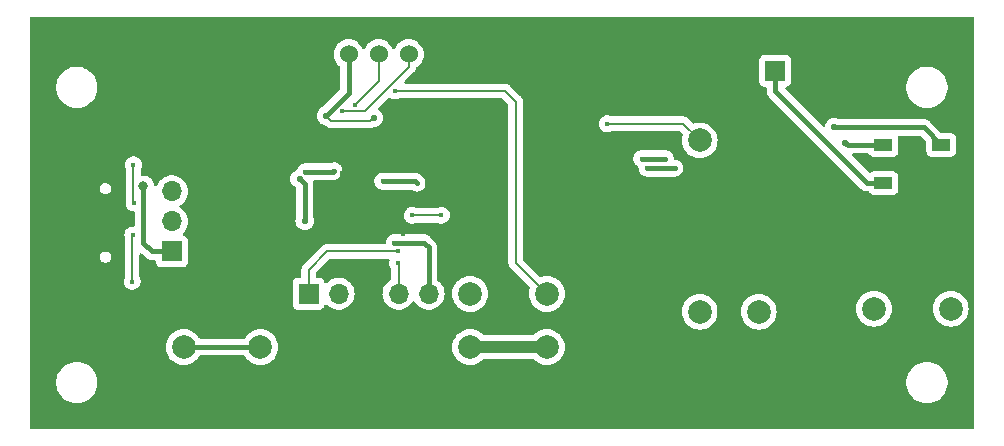
<source format=gbr>
%TF.GenerationSoftware,KiCad,Pcbnew,(7.0.0)*%
%TF.CreationDate,2023-06-29T16:26:30+02:00*%
%TF.ProjectId,V0_Display,56305f44-6973-4706-9c61-792e6b696361,rev?*%
%TF.SameCoordinates,Original*%
%TF.FileFunction,Copper,L1,Top*%
%TF.FilePolarity,Positive*%
%FSLAX46Y46*%
G04 Gerber Fmt 4.6, Leading zero omitted, Abs format (unit mm)*
G04 Created by KiCad (PCBNEW (7.0.0)) date 2023-06-29 16:26:30*
%MOMM*%
%LPD*%
G01*
G04 APERTURE LIST*
%TA.AperFunction,SMDPad,CuDef*%
%ADD10R,1.500000X1.000000*%
%TD*%
%TA.AperFunction,ComponentPad*%
%ADD11C,2.000000*%
%TD*%
%TA.AperFunction,ComponentPad*%
%ADD12O,2.500000X4.000000*%
%TD*%
%TA.AperFunction,ComponentPad*%
%ADD13C,1.524000*%
%TD*%
%TA.AperFunction,ComponentPad*%
%ADD14R,1.700000X1.700000*%
%TD*%
%TA.AperFunction,ComponentPad*%
%ADD15O,1.700000X1.700000*%
%TD*%
%TA.AperFunction,ComponentPad*%
%ADD16C,0.600000*%
%TD*%
%TA.AperFunction,ComponentPad*%
%ADD17O,2.100000X1.050000*%
%TD*%
%TA.AperFunction,ComponentPad*%
%ADD18O,2.000000X1.000000*%
%TD*%
%TA.AperFunction,ViaPad*%
%ADD19C,0.400000*%
%TD*%
%TA.AperFunction,ViaPad*%
%ADD20C,0.550000*%
%TD*%
%TA.AperFunction,ViaPad*%
%ADD21C,0.800000*%
%TD*%
%TA.AperFunction,Conductor*%
%ADD22C,0.400000*%
%TD*%
%TA.AperFunction,Conductor*%
%ADD23C,0.200000*%
%TD*%
%TA.AperFunction,Conductor*%
%ADD24C,1.000000*%
%TD*%
G04 APERTURE END LIST*
D10*
%TO.P,D1,1,VDD*%
%TO.N,VBUS*%
X157469999Y-60549999D03*
%TO.P,D1,2,DOUT*%
%TO.N,Net-(D1-DOUT)*%
X157469999Y-63749999D03*
%TO.P,D1,3,VSS*%
%TO.N,GND*%
X162369999Y-63749999D03*
%TO.P,D1,4,DIN*%
%TO.N,Net-(D1-DIN)*%
X162369999Y-60549999D03*
%TD*%
D11*
%TO.P,SW6,1,A*%
%TO.N,GND*%
X156670000Y-69900000D03*
X163170000Y-69900000D03*
%TO.P,SW6,2,B*%
%TO.N,Kill_Switch*%
X156670000Y-74400000D03*
X163170000Y-74400000D03*
%TD*%
%TO.P,SW7,A,A*%
%TO.N,Encoder_A*%
X141920000Y-74650000D03*
%TO.P,SW7,B,B*%
%TO.N,Encoder_B*%
X146920000Y-74650000D03*
%TO.P,SW7,C,C*%
%TO.N,GND*%
X144420000Y-74650000D03*
D12*
%TO.P,SW7,MP,MP*%
X139339999Y-67149999D03*
X149499999Y-67149999D03*
D11*
%TO.P,SW7,S1,S1*%
%TO.N,Encoder_Switch*%
X141920000Y-60150000D03*
%TO.P,SW7,S2,S2*%
%TO.N,GND*%
X146920000Y-60150000D03*
%TD*%
D13*
%TO.P,J2,1,Pin_1*%
%TO.N,GND*%
X109660000Y-52850000D03*
%TO.P,J2,2,Pin_2*%
%TO.N,3.3V*%
X112200000Y-52850000D03*
%TO.P,J2,3,Pin_3*%
%TO.N,SCL*%
X114740000Y-52850000D03*
%TO.P,J2,4,Pin_4*%
%TO.N,SDA*%
X117280000Y-52850000D03*
%TD*%
D14*
%TO.P,J3,1,Pin_1*%
%TO.N,RUN*%
X108794999Y-73119999D03*
D15*
%TO.P,J3,2,Pin_2*%
%TO.N,SWDCLK*%
X111334999Y-73119999D03*
%TO.P,J3,3,Pin_3*%
%TO.N,GND*%
X113874999Y-73119999D03*
%TO.P,J3,4,Pin_4*%
%TO.N,SWDIO*%
X116414999Y-73119999D03*
%TO.P,J3,5,Pin_5*%
%TO.N,3.3V*%
X118954999Y-73119999D03*
%TD*%
D11*
%TO.P,SW5,1,A*%
%TO.N,QSPI_SS*%
X128975000Y-73145000D03*
X122475000Y-73145000D03*
%TO.P,SW5,2,B*%
%TO.N,Net-(SW5-B)*%
X128975000Y-77645000D03*
X122475000Y-77645000D03*
%TD*%
D14*
%TO.P,J8,1,Pin_1*%
%TO.N,Net-(D1-DOUT)*%
X148299999Y-54259999D03*
D15*
%TO.P,J8,2,Pin_2*%
%TO.N,GND*%
X145759999Y-54259999D03*
%TD*%
D14*
%TO.P,J7,1,Pin_1*%
%TO.N,VBUS*%
X97219999Y-69549999D03*
D15*
%TO.P,J7,2,Pin_2*%
%TO.N,D-*%
X97219999Y-67009999D03*
%TO.P,J7,3,Pin_3*%
%TO.N,D+*%
X97219999Y-64469999D03*
%TO.P,J7,4,Pin_4*%
%TO.N,GND*%
X97219999Y-61929999D03*
%TD*%
D11*
%TO.P,SW1,1,1*%
%TO.N,GND*%
X104720000Y-73145000D03*
X98220000Y-73145000D03*
%TO.P,SW1,2,2*%
%TO.N,RUN*%
X104720000Y-77645000D03*
X98220000Y-77645000D03*
%TD*%
D16*
%TO.P,U5,57,GND*%
%TO.N,GND*%
X114275000Y-61725000D03*
X113000000Y-61725000D03*
X111725000Y-61725000D03*
X114275000Y-63000000D03*
X113000000Y-63000000D03*
X111725000Y-63000000D03*
X114275000Y-64275000D03*
X113000000Y-64275000D03*
X111725000Y-64275000D03*
%TD*%
D17*
%TO.P,J4,S1,SHELL_GND*%
%TO.N,GND*%
X92099999Y-71449999D03*
D18*
%TO.P,J4,S2,SHELL_GND*%
X87919999Y-71449999D03*
%TO.P,J4,S3,SHELL_GND*%
X87919999Y-62809999D03*
D17*
%TO.P,J4,S4,SHELL_GND*%
X92099999Y-62809999D03*
%TD*%
D19*
%TO.N,VBUS*%
X137450001Y-62499999D03*
X139800000Y-62500000D03*
%TO.N,Net-(D1-DIN)*%
X137000000Y-61700000D03*
X139000000Y-61700000D03*
%TO.N,1.1V*%
X115070000Y-63600000D03*
X117982155Y-63767845D03*
X110949999Y-62720001D03*
D20*
%TO.N,GND*%
X117400000Y-60900000D03*
D19*
%TO.N,3.3V*%
X116069998Y-68800000D03*
D20*
X114303886Y-58233886D03*
X110270000Y-58050000D03*
X108470000Y-66950000D03*
D19*
%TO.N,GND*%
X106320000Y-66600000D03*
%TO.N,Net-(J4-CC2)*%
X93970000Y-62200000D03*
%TO.N,Net-(J4-CC1)*%
X93870000Y-72100000D03*
D20*
%TO.N,GND*%
X106670000Y-76550000D03*
X118170000Y-78650000D03*
X109220000Y-68950000D03*
X121420000Y-64850000D03*
X121420000Y-63850000D03*
X116920000Y-57950000D03*
X108720000Y-59050000D03*
X104720000Y-61550000D03*
X105420000Y-63250000D03*
D19*
X116786976Y-68081875D03*
D21*
X99320000Y-62850000D03*
D19*
X124055000Y-60075000D03*
X123610000Y-64750000D03*
X105970000Y-65250000D03*
X104130000Y-58377500D03*
D20*
%TO.N,VBUS*%
X154250000Y-60350000D03*
D21*
X94820000Y-64050000D03*
D19*
%TO.N,SDA*%
X111620000Y-57640000D03*
%TO.N,SCL*%
X112767676Y-57117676D03*
%TO.N,SWDIO*%
X116330000Y-70560000D03*
%TO.N,NeoPixel*%
X117571498Y-66500000D03*
X120050000Y-66500000D03*
D20*
%TO.N,Net-(D1-DIN)*%
X153300000Y-59050000D03*
D19*
%TO.N,Encoder_Switch*%
X134081800Y-58738200D03*
%TO.N,RUN*%
X116370000Y-69550000D03*
D20*
%TO.N,3.3V*%
X108032823Y-63424371D03*
D19*
%TO.N,QSPI_SS*%
X116101499Y-55949999D03*
%TO.N,Net-(J4-CC2)*%
X94020000Y-65450000D03*
%TO.N,Net-(J4-CC1)*%
X93920000Y-68150000D03*
%TO.N,1.1V*%
X108520000Y-62800000D03*
%TD*%
D22*
%TO.N,1.1V*%
X115070000Y-63600000D02*
X117814310Y-63600000D01*
X117814310Y-63600000D02*
X117982155Y-63767845D01*
%TO.N,VBUS*%
X137450001Y-62499999D02*
X137450002Y-62500000D01*
X137450002Y-62500000D02*
X139800000Y-62500000D01*
%TO.N,Net-(D1-DIN)*%
X137000000Y-61700000D02*
X139000000Y-61700000D01*
%TO.N,VBUS*%
X157470000Y-60550000D02*
X154450000Y-60550000D01*
X154450000Y-60550000D02*
X154250000Y-60350000D01*
%TO.N,Net-(D1-DIN)*%
X160870000Y-59050000D02*
X153300000Y-59050000D01*
X162370000Y-60550000D02*
X160870000Y-59050000D01*
%TO.N,1.1V*%
X110870000Y-62800000D02*
X110949999Y-62720001D01*
X108520000Y-62800000D02*
X110870000Y-62800000D01*
D23*
%TO.N,3.3V*%
X114037772Y-58500000D02*
X110720000Y-58500000D01*
X114303886Y-58233886D02*
X114037772Y-58500000D01*
D22*
X112200000Y-56120000D02*
X110270000Y-58050000D01*
D23*
X110720000Y-58500000D02*
X110270000Y-58050000D01*
D22*
X112200000Y-52850000D02*
X112200000Y-56120000D01*
D23*
%TO.N,SDA*%
X113567630Y-57640000D02*
X111620000Y-57640000D01*
X117280000Y-52850000D02*
X117280000Y-53927630D01*
X117280000Y-53927630D02*
X113567630Y-57640000D01*
%TO.N,RUN*%
X108795000Y-73120000D02*
X108795000Y-71091809D01*
X110336809Y-69550000D02*
X116370000Y-69550000D01*
X108795000Y-71091809D02*
X110336809Y-69550000D01*
D22*
%TO.N,3.3V*%
X118570000Y-68800000D02*
X116069998Y-68800000D01*
X118955000Y-69185000D02*
X118570000Y-68800000D01*
X118955000Y-73120000D02*
X118955000Y-69185000D01*
X108470000Y-66950000D02*
X108470000Y-63861548D01*
X108470000Y-63861548D02*
X108032823Y-63424371D01*
D23*
%TO.N,NeoPixel*%
X120050000Y-66500000D02*
X117571498Y-66500000D01*
%TO.N,Net-(J4-CC2)*%
X93970000Y-62200000D02*
X93970000Y-65400000D01*
X93970000Y-65400000D02*
X94020000Y-65450000D01*
%TO.N,Net-(J4-CC1)*%
X93870000Y-68200000D02*
X93920000Y-68150000D01*
X93870000Y-72100000D02*
X93870000Y-68200000D01*
%TO.N,QSPI_SS*%
X126320000Y-70490000D02*
X128975000Y-73145000D01*
X126320000Y-56860000D02*
X126320000Y-70490000D01*
X125409999Y-55949999D02*
X126320000Y-56860000D01*
X116101499Y-55949999D02*
X125409999Y-55949999D01*
D22*
%TO.N,GND*%
X91810000Y-71740000D02*
X92100000Y-71450000D01*
%TO.N,VBUS*%
X95520000Y-69550000D02*
X97220000Y-69550000D01*
X94820000Y-64050000D02*
X94820000Y-68850000D01*
X94820000Y-68850000D02*
X95520000Y-69550000D01*
D23*
%TO.N,SCL*%
X112767676Y-57117676D02*
X114740000Y-55145352D01*
X114740000Y-55145352D02*
X114740000Y-52850000D01*
%TO.N,SWDIO*%
X116415000Y-70645000D02*
X116415000Y-73120000D01*
X116330000Y-70560000D02*
X116415000Y-70645000D01*
D22*
%TO.N,Net-(D1-DOUT)*%
X157470000Y-63750000D02*
X156090000Y-63750000D01*
X148300000Y-55960000D02*
X148300000Y-54260000D01*
X156090000Y-63750000D02*
X148300000Y-55960000D01*
D23*
%TO.N,Encoder_Switch*%
X134099477Y-58720523D02*
X140490523Y-58720523D01*
X140490523Y-58720523D02*
X141920000Y-60150000D01*
X134081800Y-58738200D02*
X134099477Y-58720523D01*
D22*
%TO.N,RUN*%
X98220000Y-77645000D02*
X104720000Y-77645000D01*
D24*
%TO.N,Net-(SW5-B)*%
X128975000Y-77645000D02*
X122475000Y-77645000D01*
%TD*%
%TA.AperFunction,Conductor*%
%TO.N,GND*%
G36*
X114620000Y-63049719D02*
G01*
X114602998Y-63061455D01*
X114602991Y-63061460D01*
X114596727Y-63065785D01*
X114591681Y-63071480D01*
X114591675Y-63071486D01*
X114573150Y-63092396D01*
X114562396Y-63103150D01*
X114541486Y-63121675D01*
X114541480Y-63121681D01*
X114535785Y-63126727D01*
X114531460Y-63132991D01*
X114531455Y-63132998D01*
X114515585Y-63155989D01*
X114506210Y-63167955D01*
X114482633Y-63194570D01*
X114479091Y-63201316D01*
X114479089Y-63201321D01*
X114466111Y-63226048D01*
X114458243Y-63239064D01*
X114442376Y-63262051D01*
X114442374Y-63262054D01*
X114438046Y-63268325D01*
X114435344Y-63275449D01*
X114435342Y-63275453D01*
X114425440Y-63301563D01*
X114419198Y-63315432D01*
X114406217Y-63340166D01*
X114406214Y-63340172D01*
X114402675Y-63346917D01*
X114400852Y-63354311D01*
X114400851Y-63354315D01*
X114394166Y-63381436D01*
X114389642Y-63395952D01*
X114377035Y-63429199D01*
X114376116Y-63436760D01*
X114376116Y-63436764D01*
X114372750Y-63464488D01*
X114370008Y-63479451D01*
X114363323Y-63506573D01*
X114363322Y-63506577D01*
X114361500Y-63513972D01*
X114361500Y-63521590D01*
X114361500Y-63549522D01*
X114360581Y-63564709D01*
X114356296Y-63600000D01*
X114357215Y-63607569D01*
X114360581Y-63635290D01*
X114361500Y-63650478D01*
X114361500Y-63686028D01*
X114363321Y-63693419D01*
X114363322Y-63693421D01*
X114370008Y-63720545D01*
X114372750Y-63735511D01*
X114376116Y-63763237D01*
X114376117Y-63763241D01*
X114377035Y-63770801D01*
X114379736Y-63777923D01*
X114389642Y-63804046D01*
X114394166Y-63818564D01*
X114402675Y-63853083D01*
X114419194Y-63884558D01*
X114425436Y-63898428D01*
X114435342Y-63924546D01*
X114438046Y-63931675D01*
X114442373Y-63937944D01*
X114442376Y-63937949D01*
X114458241Y-63960932D01*
X114466113Y-63973954D01*
X114479088Y-63998677D01*
X114479091Y-63998681D01*
X114482633Y-64005430D01*
X114487687Y-64011135D01*
X114487688Y-64011136D01*
X114506208Y-64032041D01*
X114515590Y-64044016D01*
X114535785Y-64073273D01*
X114541491Y-64078328D01*
X114541492Y-64078329D01*
X114562393Y-64096845D01*
X114573153Y-64107605D01*
X114596727Y-64134215D01*
X114620000Y-64150279D01*
X114620000Y-64650000D01*
X111320000Y-64650000D01*
X111320000Y-63350279D01*
X111343273Y-63334215D01*
X111383627Y-63288663D01*
X111388812Y-63283156D01*
X111433155Y-63238813D01*
X111438662Y-63233628D01*
X111484214Y-63193274D01*
X111518788Y-63143184D01*
X111523254Y-63137114D01*
X111560774Y-63089226D01*
X111564955Y-63079935D01*
X111576162Y-63060064D01*
X111581953Y-63051676D01*
X111603516Y-62994814D01*
X111606430Y-62987782D01*
X111628258Y-62939285D01*
X111628258Y-62939282D01*
X111631388Y-62932330D01*
X111633225Y-62922300D01*
X111639350Y-62900331D01*
X111642964Y-62890802D01*
X111650298Y-62830397D01*
X111651433Y-62822941D01*
X111662401Y-62763093D01*
X111661785Y-62752912D01*
X111662475Y-62730112D01*
X111662784Y-62727568D01*
X111663703Y-62720001D01*
X111656373Y-62659638D01*
X111655684Y-62652055D01*
X111652473Y-62598959D01*
X111652013Y-62591352D01*
X111648980Y-62581622D01*
X111644191Y-62559312D01*
X111642964Y-62549200D01*
X111621403Y-62492348D01*
X111618920Y-62485153D01*
X111617060Y-62479184D01*
X111600826Y-62427087D01*
X111595550Y-62418360D01*
X111585568Y-62397857D01*
X111584657Y-62395455D01*
X111584655Y-62395453D01*
X111581953Y-62388326D01*
X111577623Y-62382053D01*
X111577620Y-62382047D01*
X111547400Y-62338267D01*
X111543267Y-62331875D01*
X111515758Y-62286370D01*
X111511815Y-62279847D01*
X111504608Y-62272639D01*
X111490009Y-62255124D01*
X111484214Y-62246728D01*
X111438681Y-62206389D01*
X111433140Y-62201172D01*
X111395545Y-62163577D01*
X111395545Y-62163576D01*
X111390153Y-62158185D01*
X111381429Y-62152911D01*
X111363057Y-62139392D01*
X111361136Y-62137690D01*
X111361135Y-62137689D01*
X111355429Y-62132634D01*
X111320000Y-62114039D01*
X111320000Y-61350000D01*
X114620000Y-61350000D01*
X114620000Y-63049719D01*
G37*
%TD.AperFunction*%
%TD*%
%TA.AperFunction,Conductor*%
%TO.N,GND*%
G36*
X165081500Y-49692381D02*
G01*
X165127619Y-49738500D01*
X165144500Y-49801500D01*
X165144500Y-84498500D01*
X165127619Y-84561500D01*
X165081500Y-84607619D01*
X165018500Y-84624500D01*
X85321500Y-84624500D01*
X85258500Y-84607619D01*
X85212381Y-84561500D01*
X85195500Y-84498500D01*
X85195500Y-80781182D01*
X87419500Y-80781182D01*
X87420201Y-80785836D01*
X87420202Y-80785842D01*
X87457901Y-81035955D01*
X87457902Y-81035962D01*
X87458604Y-81040615D01*
X87459994Y-81045121D01*
X87534546Y-81286816D01*
X87534549Y-81286825D01*
X87535937Y-81291323D01*
X87649772Y-81527704D01*
X87652426Y-81531597D01*
X87652428Y-81531600D01*
X87794908Y-81740580D01*
X87794912Y-81740586D01*
X87797567Y-81744479D01*
X87800767Y-81747928D01*
X87800772Y-81747934D01*
X87948756Y-81907422D01*
X87976019Y-81936805D01*
X88181143Y-82100386D01*
X88408357Y-82231568D01*
X88652584Y-82327420D01*
X88908370Y-82385802D01*
X89104506Y-82400500D01*
X89233141Y-82400500D01*
X89235494Y-82400500D01*
X89431630Y-82385802D01*
X89687416Y-82327420D01*
X89931643Y-82231568D01*
X90158857Y-82100386D01*
X90363981Y-81936805D01*
X90542433Y-81744479D01*
X90690228Y-81527704D01*
X90804063Y-81291323D01*
X90881396Y-81040615D01*
X90920500Y-80781182D01*
X159419500Y-80781182D01*
X159420201Y-80785836D01*
X159420202Y-80785842D01*
X159457901Y-81035955D01*
X159457902Y-81035962D01*
X159458604Y-81040615D01*
X159459994Y-81045121D01*
X159534546Y-81286816D01*
X159534549Y-81286825D01*
X159535937Y-81291323D01*
X159649772Y-81527704D01*
X159652426Y-81531597D01*
X159652428Y-81531600D01*
X159794908Y-81740580D01*
X159794912Y-81740586D01*
X159797567Y-81744479D01*
X159800767Y-81747928D01*
X159800772Y-81747934D01*
X159948756Y-81907422D01*
X159976019Y-81936805D01*
X160181143Y-82100386D01*
X160408357Y-82231568D01*
X160652584Y-82327420D01*
X160908370Y-82385802D01*
X161104506Y-82400500D01*
X161233141Y-82400500D01*
X161235494Y-82400500D01*
X161431630Y-82385802D01*
X161687416Y-82327420D01*
X161931643Y-82231568D01*
X162158857Y-82100386D01*
X162363981Y-81936805D01*
X162542433Y-81744479D01*
X162690228Y-81527704D01*
X162804063Y-81291323D01*
X162881396Y-81040615D01*
X162920500Y-80781182D01*
X162920500Y-80518818D01*
X162881396Y-80259385D01*
X162804063Y-80008677D01*
X162690228Y-79772296D01*
X162542433Y-79555521D01*
X162539231Y-79552070D01*
X162539227Y-79552065D01*
X162367181Y-79366644D01*
X162363981Y-79363195D01*
X162158857Y-79199614D01*
X162154780Y-79197260D01*
X162154777Y-79197258D01*
X161935730Y-79070791D01*
X161935723Y-79070787D01*
X161931643Y-79068432D01*
X161687416Y-78972580D01*
X161682816Y-78971530D01*
X161436231Y-78915248D01*
X161436228Y-78915247D01*
X161431630Y-78914198D01*
X161426928Y-78913845D01*
X161426924Y-78913845D01*
X161237836Y-78899675D01*
X161237822Y-78899674D01*
X161235494Y-78899500D01*
X161104506Y-78899500D01*
X161102178Y-78899674D01*
X161102163Y-78899675D01*
X160913075Y-78913845D01*
X160913069Y-78913845D01*
X160908370Y-78914198D01*
X160903772Y-78915247D01*
X160903768Y-78915248D01*
X160657183Y-78971530D01*
X160657179Y-78971531D01*
X160652584Y-78972580D01*
X160648196Y-78974302D01*
X160648190Y-78974304D01*
X160412749Y-79066708D01*
X160412745Y-79066709D01*
X160408357Y-79068432D01*
X160404281Y-79070784D01*
X160404269Y-79070791D01*
X160185222Y-79197258D01*
X160185212Y-79197264D01*
X160181143Y-79199614D01*
X160177466Y-79202546D01*
X160177462Y-79202549D01*
X159979698Y-79360260D01*
X159979689Y-79360267D01*
X159976019Y-79363195D01*
X159972823Y-79366638D01*
X159972818Y-79366644D01*
X159800772Y-79552065D01*
X159800761Y-79552077D01*
X159797567Y-79555521D01*
X159794917Y-79559407D01*
X159794908Y-79559419D01*
X159652428Y-79768399D01*
X159652422Y-79768407D01*
X159649772Y-79772296D01*
X159647727Y-79776541D01*
X159647726Y-79776544D01*
X159537983Y-80004427D01*
X159537979Y-80004434D01*
X159535937Y-80008677D01*
X159534551Y-80013170D01*
X159534546Y-80013183D01*
X159459994Y-80254878D01*
X159458604Y-80259385D01*
X159457903Y-80264034D01*
X159457901Y-80264044D01*
X159420202Y-80514157D01*
X159420201Y-80514164D01*
X159419500Y-80518818D01*
X159419500Y-80781182D01*
X90920500Y-80781182D01*
X90920500Y-80518818D01*
X90881396Y-80259385D01*
X90804063Y-80008677D01*
X90690228Y-79772296D01*
X90542433Y-79555521D01*
X90539231Y-79552070D01*
X90539227Y-79552065D01*
X90367181Y-79366644D01*
X90363981Y-79363195D01*
X90158857Y-79199614D01*
X90154780Y-79197260D01*
X90154777Y-79197258D01*
X89935730Y-79070791D01*
X89935723Y-79070787D01*
X89931643Y-79068432D01*
X89687416Y-78972580D01*
X89682816Y-78971530D01*
X89436231Y-78915248D01*
X89436228Y-78915247D01*
X89431630Y-78914198D01*
X89426928Y-78913845D01*
X89426924Y-78913845D01*
X89237836Y-78899675D01*
X89237822Y-78899674D01*
X89235494Y-78899500D01*
X89104506Y-78899500D01*
X89102178Y-78899674D01*
X89102163Y-78899675D01*
X88913075Y-78913845D01*
X88913069Y-78913845D01*
X88908370Y-78914198D01*
X88903772Y-78915247D01*
X88903768Y-78915248D01*
X88657183Y-78971530D01*
X88657179Y-78971531D01*
X88652584Y-78972580D01*
X88648196Y-78974302D01*
X88648190Y-78974304D01*
X88412749Y-79066708D01*
X88412745Y-79066709D01*
X88408357Y-79068432D01*
X88404281Y-79070784D01*
X88404269Y-79070791D01*
X88185222Y-79197258D01*
X88185212Y-79197264D01*
X88181143Y-79199614D01*
X88177466Y-79202546D01*
X88177462Y-79202549D01*
X87979698Y-79360260D01*
X87979689Y-79360267D01*
X87976019Y-79363195D01*
X87972823Y-79366638D01*
X87972818Y-79366644D01*
X87800772Y-79552065D01*
X87800761Y-79552077D01*
X87797567Y-79555521D01*
X87794917Y-79559407D01*
X87794908Y-79559419D01*
X87652428Y-79768399D01*
X87652422Y-79768407D01*
X87649772Y-79772296D01*
X87647727Y-79776541D01*
X87647726Y-79776544D01*
X87537983Y-80004427D01*
X87537979Y-80004434D01*
X87535937Y-80008677D01*
X87534551Y-80013170D01*
X87534546Y-80013183D01*
X87459994Y-80254878D01*
X87458604Y-80259385D01*
X87457903Y-80264034D01*
X87457901Y-80264044D01*
X87420202Y-80514157D01*
X87420201Y-80514164D01*
X87419500Y-80518818D01*
X87419500Y-80781182D01*
X85195500Y-80781182D01*
X85195500Y-77645000D01*
X96706835Y-77645000D01*
X96707223Y-77649930D01*
X96725076Y-77876777D01*
X96725077Y-77876785D01*
X96725465Y-77881711D01*
X96726619Y-77886519D01*
X96726620Y-77886523D01*
X96779739Y-78107781D01*
X96779740Y-78107786D01*
X96780895Y-78112594D01*
X96871760Y-78331963D01*
X96987152Y-78520265D01*
X96993235Y-78530192D01*
X96995824Y-78534416D01*
X96999031Y-78538171D01*
X96999034Y-78538175D01*
X97146821Y-78711211D01*
X97150031Y-78714969D01*
X97330584Y-78869176D01*
X97533037Y-78993240D01*
X97752406Y-79084105D01*
X97983289Y-79139535D01*
X98220000Y-79158165D01*
X98456711Y-79139535D01*
X98687594Y-79084105D01*
X98906963Y-78993240D01*
X99109416Y-78869176D01*
X99289969Y-78714969D01*
X99444176Y-78534416D01*
X99465718Y-78499261D01*
X99518174Y-78413665D01*
X99564040Y-78369565D01*
X99625606Y-78353500D01*
X103314394Y-78353500D01*
X103375960Y-78369565D01*
X103421826Y-78413665D01*
X103493235Y-78530192D01*
X103493238Y-78530196D01*
X103495824Y-78534416D01*
X103499031Y-78538171D01*
X103499034Y-78538175D01*
X103646821Y-78711211D01*
X103650031Y-78714969D01*
X103830584Y-78869176D01*
X104033037Y-78993240D01*
X104252406Y-79084105D01*
X104483289Y-79139535D01*
X104720000Y-79158165D01*
X104956711Y-79139535D01*
X105187594Y-79084105D01*
X105406963Y-78993240D01*
X105609416Y-78869176D01*
X105789969Y-78714969D01*
X105944176Y-78534416D01*
X106068240Y-78331963D01*
X106159105Y-78112594D01*
X106214535Y-77881711D01*
X106233165Y-77645000D01*
X120961835Y-77645000D01*
X120962223Y-77649930D01*
X120980076Y-77876777D01*
X120980077Y-77876785D01*
X120980465Y-77881711D01*
X120981619Y-77886519D01*
X120981620Y-77886523D01*
X121034739Y-78107781D01*
X121034740Y-78107786D01*
X121035895Y-78112594D01*
X121126760Y-78331963D01*
X121242152Y-78520265D01*
X121248235Y-78530192D01*
X121250824Y-78534416D01*
X121254031Y-78538171D01*
X121254034Y-78538175D01*
X121401821Y-78711211D01*
X121405031Y-78714969D01*
X121585584Y-78869176D01*
X121788037Y-78993240D01*
X122007406Y-79084105D01*
X122238289Y-79139535D01*
X122475000Y-79158165D01*
X122711711Y-79139535D01*
X122942594Y-79084105D01*
X123161963Y-78993240D01*
X123364416Y-78869176D01*
X123544969Y-78714969D01*
X123559744Y-78697668D01*
X123602806Y-78665074D01*
X123655556Y-78653500D01*
X127794444Y-78653500D01*
X127847194Y-78665074D01*
X127890255Y-78697668D01*
X127905031Y-78714969D01*
X128085584Y-78869176D01*
X128288037Y-78993240D01*
X128507406Y-79084105D01*
X128738289Y-79139535D01*
X128975000Y-79158165D01*
X129211711Y-79139535D01*
X129442594Y-79084105D01*
X129661963Y-78993240D01*
X129864416Y-78869176D01*
X130044969Y-78714969D01*
X130199176Y-78534416D01*
X130323240Y-78331963D01*
X130414105Y-78112594D01*
X130469535Y-77881711D01*
X130488165Y-77645000D01*
X130469535Y-77408289D01*
X130414105Y-77177406D01*
X130323240Y-76958037D01*
X130199176Y-76755584D01*
X130044969Y-76575031D01*
X130041213Y-76571823D01*
X129868175Y-76424034D01*
X129868171Y-76424031D01*
X129864416Y-76420824D01*
X129661963Y-76296760D01*
X129442594Y-76205895D01*
X129437786Y-76204740D01*
X129437781Y-76204739D01*
X129216523Y-76151620D01*
X129216519Y-76151619D01*
X129211711Y-76150465D01*
X129206785Y-76150077D01*
X129206777Y-76150076D01*
X128979930Y-76132223D01*
X128975000Y-76131835D01*
X128970070Y-76132223D01*
X128743222Y-76150076D01*
X128743212Y-76150077D01*
X128738289Y-76150465D01*
X128733482Y-76151619D01*
X128733476Y-76151620D01*
X128512218Y-76204739D01*
X128512209Y-76204741D01*
X128507406Y-76205895D01*
X128502838Y-76207786D01*
X128502832Y-76207789D01*
X128292611Y-76294865D01*
X128292606Y-76294867D01*
X128288037Y-76296760D01*
X128283817Y-76299345D01*
X128283817Y-76299346D01*
X128089798Y-76418241D01*
X128089792Y-76418245D01*
X128085584Y-76420824D01*
X128081834Y-76424026D01*
X128081824Y-76424034D01*
X127908786Y-76571823D01*
X127908779Y-76571829D01*
X127905031Y-76575031D01*
X127901829Y-76578779D01*
X127901821Y-76578788D01*
X127890254Y-76592332D01*
X127847194Y-76624926D01*
X127794444Y-76636500D01*
X123655556Y-76636500D01*
X123602806Y-76624926D01*
X123559746Y-76592332D01*
X123548178Y-76578788D01*
X123548176Y-76578786D01*
X123544969Y-76575031D01*
X123541213Y-76571823D01*
X123368175Y-76424034D01*
X123368171Y-76424031D01*
X123364416Y-76420824D01*
X123161963Y-76296760D01*
X122942594Y-76205895D01*
X122937786Y-76204740D01*
X122937781Y-76204739D01*
X122716523Y-76151620D01*
X122716519Y-76151619D01*
X122711711Y-76150465D01*
X122706785Y-76150077D01*
X122706777Y-76150076D01*
X122479930Y-76132223D01*
X122475000Y-76131835D01*
X122470070Y-76132223D01*
X122243222Y-76150076D01*
X122243212Y-76150077D01*
X122238289Y-76150465D01*
X122233482Y-76151619D01*
X122233476Y-76151620D01*
X122012218Y-76204739D01*
X122012209Y-76204741D01*
X122007406Y-76205895D01*
X122002838Y-76207786D01*
X122002832Y-76207789D01*
X121792611Y-76294865D01*
X121792606Y-76294867D01*
X121788037Y-76296760D01*
X121783817Y-76299345D01*
X121783817Y-76299346D01*
X121589798Y-76418241D01*
X121589792Y-76418245D01*
X121585584Y-76420824D01*
X121581834Y-76424026D01*
X121581824Y-76424034D01*
X121408786Y-76571823D01*
X121408779Y-76571829D01*
X121405031Y-76575031D01*
X121401829Y-76578779D01*
X121401823Y-76578786D01*
X121254034Y-76751824D01*
X121254026Y-76751834D01*
X121250824Y-76755584D01*
X121248245Y-76759792D01*
X121248241Y-76759798D01*
X121176827Y-76876335D01*
X121126760Y-76958037D01*
X121124867Y-76962606D01*
X121124865Y-76962611D01*
X121037789Y-77172832D01*
X121037786Y-77172838D01*
X121035895Y-77177406D01*
X121034741Y-77182209D01*
X121034739Y-77182218D01*
X120981620Y-77403476D01*
X120980465Y-77408289D01*
X120980077Y-77413212D01*
X120980076Y-77413222D01*
X120962223Y-77640070D01*
X120961835Y-77645000D01*
X106233165Y-77645000D01*
X106214535Y-77408289D01*
X106159105Y-77177406D01*
X106068240Y-76958037D01*
X105944176Y-76755584D01*
X105789969Y-76575031D01*
X105786213Y-76571823D01*
X105613175Y-76424034D01*
X105613171Y-76424031D01*
X105609416Y-76420824D01*
X105406963Y-76296760D01*
X105187594Y-76205895D01*
X105182786Y-76204740D01*
X105182781Y-76204739D01*
X104961523Y-76151620D01*
X104961519Y-76151619D01*
X104956711Y-76150465D01*
X104951785Y-76150077D01*
X104951777Y-76150076D01*
X104724930Y-76132223D01*
X104720000Y-76131835D01*
X104715070Y-76132223D01*
X104488222Y-76150076D01*
X104488212Y-76150077D01*
X104483289Y-76150465D01*
X104478482Y-76151619D01*
X104478476Y-76151620D01*
X104257218Y-76204739D01*
X104257209Y-76204741D01*
X104252406Y-76205895D01*
X104247838Y-76207786D01*
X104247832Y-76207789D01*
X104037611Y-76294865D01*
X104037606Y-76294867D01*
X104033037Y-76296760D01*
X104028817Y-76299345D01*
X104028817Y-76299346D01*
X103834798Y-76418241D01*
X103834792Y-76418245D01*
X103830584Y-76420824D01*
X103826834Y-76424026D01*
X103826824Y-76424034D01*
X103653786Y-76571823D01*
X103653779Y-76571829D01*
X103650031Y-76575031D01*
X103646829Y-76578779D01*
X103646823Y-76578786D01*
X103499034Y-76751824D01*
X103499026Y-76751834D01*
X103495824Y-76755584D01*
X103493242Y-76759797D01*
X103493235Y-76759807D01*
X103421826Y-76876335D01*
X103375960Y-76920435D01*
X103314394Y-76936500D01*
X99625606Y-76936500D01*
X99564040Y-76920435D01*
X99518174Y-76876335D01*
X99446764Y-76759807D01*
X99446763Y-76759805D01*
X99444176Y-76755584D01*
X99289969Y-76575031D01*
X99286213Y-76571823D01*
X99113175Y-76424034D01*
X99113171Y-76424031D01*
X99109416Y-76420824D01*
X98906963Y-76296760D01*
X98687594Y-76205895D01*
X98682786Y-76204740D01*
X98682781Y-76204739D01*
X98461523Y-76151620D01*
X98461519Y-76151619D01*
X98456711Y-76150465D01*
X98451785Y-76150077D01*
X98451777Y-76150076D01*
X98224930Y-76132223D01*
X98220000Y-76131835D01*
X98215070Y-76132223D01*
X97988222Y-76150076D01*
X97988212Y-76150077D01*
X97983289Y-76150465D01*
X97978482Y-76151619D01*
X97978476Y-76151620D01*
X97757218Y-76204739D01*
X97757209Y-76204741D01*
X97752406Y-76205895D01*
X97747838Y-76207786D01*
X97747832Y-76207789D01*
X97537611Y-76294865D01*
X97537606Y-76294867D01*
X97533037Y-76296760D01*
X97528817Y-76299345D01*
X97528817Y-76299346D01*
X97334798Y-76418241D01*
X97334792Y-76418245D01*
X97330584Y-76420824D01*
X97326834Y-76424026D01*
X97326824Y-76424034D01*
X97153786Y-76571823D01*
X97153779Y-76571829D01*
X97150031Y-76575031D01*
X97146829Y-76578779D01*
X97146823Y-76578786D01*
X96999034Y-76751824D01*
X96999026Y-76751834D01*
X96995824Y-76755584D01*
X96993245Y-76759792D01*
X96993241Y-76759798D01*
X96921827Y-76876335D01*
X96871760Y-76958037D01*
X96869867Y-76962606D01*
X96869865Y-76962611D01*
X96782789Y-77172832D01*
X96782786Y-77172838D01*
X96780895Y-77177406D01*
X96779741Y-77182209D01*
X96779739Y-77182218D01*
X96726620Y-77403476D01*
X96725465Y-77408289D01*
X96725077Y-77413212D01*
X96725076Y-77413222D01*
X96707223Y-77640070D01*
X96706835Y-77645000D01*
X85195500Y-77645000D01*
X85195500Y-74018638D01*
X107436500Y-74018638D01*
X107436859Y-74021985D01*
X107436860Y-74021988D01*
X107442168Y-74071367D01*
X107442169Y-74071373D01*
X107443011Y-74079201D01*
X107445762Y-74086578D01*
X107445763Y-74086580D01*
X107490962Y-74207763D01*
X107490964Y-74207766D01*
X107494111Y-74216204D01*
X107499508Y-74223414D01*
X107499510Y-74223417D01*
X107525389Y-74257987D01*
X107581739Y-74333261D01*
X107588950Y-74338659D01*
X107688643Y-74413289D01*
X107698796Y-74420889D01*
X107835799Y-74471989D01*
X107896362Y-74478500D01*
X109690269Y-74478500D01*
X109693638Y-74478500D01*
X109754201Y-74471989D01*
X109891204Y-74420889D01*
X110008261Y-74333261D01*
X110095889Y-74216204D01*
X110139998Y-74097943D01*
X110176530Y-74045904D01*
X110233820Y-74018328D01*
X110297282Y-74022238D01*
X110350755Y-74056638D01*
X110371526Y-74079201D01*
X110411760Y-74122906D01*
X110589424Y-74261189D01*
X110787426Y-74368342D01*
X110792355Y-74370034D01*
X110792357Y-74370035D01*
X110797376Y-74371758D01*
X111000365Y-74441444D01*
X111222431Y-74478500D01*
X111442358Y-74478500D01*
X111447569Y-74478500D01*
X111669635Y-74441444D01*
X111882574Y-74368342D01*
X112080576Y-74261189D01*
X112258240Y-74122906D01*
X112410722Y-73957268D01*
X112533860Y-73768791D01*
X112624296Y-73562616D01*
X112679564Y-73344368D01*
X112698156Y-73120000D01*
X112679564Y-72895632D01*
X112624296Y-72677384D01*
X112533860Y-72471209D01*
X112410722Y-72282732D01*
X112291680Y-72153419D01*
X112261772Y-72120930D01*
X112261767Y-72120925D01*
X112258240Y-72117094D01*
X112080576Y-71978811D01*
X112075997Y-71976333D01*
X112075994Y-71976331D01*
X111887159Y-71874139D01*
X111887156Y-71874137D01*
X111882574Y-71871658D01*
X111877650Y-71869967D01*
X111877642Y-71869964D01*
X111674565Y-71800248D01*
X111674559Y-71800246D01*
X111669635Y-71798556D01*
X111664498Y-71797698D01*
X111664495Y-71797698D01*
X111452706Y-71762357D01*
X111452703Y-71762356D01*
X111447569Y-71761500D01*
X111222431Y-71761500D01*
X111217297Y-71762356D01*
X111217293Y-71762357D01*
X111005504Y-71797698D01*
X111005498Y-71797699D01*
X111000365Y-71798556D01*
X110995443Y-71800245D01*
X110995434Y-71800248D01*
X110792357Y-71869964D01*
X110792344Y-71869969D01*
X110787426Y-71871658D01*
X110782847Y-71874135D01*
X110782840Y-71874139D01*
X110594005Y-71976331D01*
X110593997Y-71976336D01*
X110589424Y-71978811D01*
X110585313Y-71982010D01*
X110585311Y-71982012D01*
X110415878Y-72113888D01*
X110415872Y-72113893D01*
X110411760Y-72117094D01*
X110408237Y-72120920D01*
X110408226Y-72120931D01*
X110350754Y-72183362D01*
X110297281Y-72217761D01*
X110233820Y-72221671D01*
X110176530Y-72194095D01*
X110139998Y-72142056D01*
X110099037Y-72032236D01*
X110099036Y-72032235D01*
X110095889Y-72023796D01*
X110008261Y-71906739D01*
X109964713Y-71874139D01*
X109898417Y-71824510D01*
X109898414Y-71824508D01*
X109891204Y-71819111D01*
X109882766Y-71815964D01*
X109882763Y-71815962D01*
X109761580Y-71770763D01*
X109761578Y-71770762D01*
X109754201Y-71768011D01*
X109746373Y-71767169D01*
X109746367Y-71767168D01*
X109696988Y-71761860D01*
X109696985Y-71761859D01*
X109693638Y-71761500D01*
X109690269Y-71761500D01*
X109529500Y-71761500D01*
X109466500Y-71744619D01*
X109420381Y-71698500D01*
X109403500Y-71635500D01*
X109403500Y-71396048D01*
X109413091Y-71347830D01*
X109440405Y-71306953D01*
X110551953Y-70195405D01*
X110592830Y-70168091D01*
X110641048Y-70158500D01*
X115541985Y-70158500D01*
X115600540Y-70172932D01*
X115645681Y-70212924D01*
X115667066Y-70269312D01*
X115659797Y-70329180D01*
X115639738Y-70382070D01*
X115639736Y-70382074D01*
X115637035Y-70389199D01*
X115636117Y-70396758D01*
X115636115Y-70396767D01*
X115617215Y-70552431D01*
X115616296Y-70560000D01*
X115617215Y-70567569D01*
X115636115Y-70723232D01*
X115636116Y-70723239D01*
X115637035Y-70730801D01*
X115639737Y-70737926D01*
X115639738Y-70737929D01*
X115655081Y-70778384D01*
X115698046Y-70891675D01*
X115702375Y-70897947D01*
X115702378Y-70897952D01*
X115784196Y-71016485D01*
X115800795Y-71050575D01*
X115806500Y-71088061D01*
X115806500Y-71829549D01*
X115788741Y-71894046D01*
X115740470Y-71940362D01*
X115674009Y-71976328D01*
X115673993Y-71976337D01*
X115669424Y-71978811D01*
X115665313Y-71982010D01*
X115665311Y-71982012D01*
X115495878Y-72113888D01*
X115495872Y-72113893D01*
X115491760Y-72117094D01*
X115488237Y-72120919D01*
X115488227Y-72120930D01*
X115342806Y-72278899D01*
X115342802Y-72278902D01*
X115339278Y-72282732D01*
X115336430Y-72287090D01*
X115336427Y-72287095D01*
X115223109Y-72460542D01*
X115216140Y-72471209D01*
X115214048Y-72475978D01*
X115214046Y-72475982D01*
X115127799Y-72672606D01*
X115127796Y-72672614D01*
X115125704Y-72677384D01*
X115124423Y-72682440D01*
X115124422Y-72682445D01*
X115092501Y-72808500D01*
X115070436Y-72895632D01*
X115070006Y-72900820D01*
X115070005Y-72900827D01*
X115057284Y-73054346D01*
X115051844Y-73120000D01*
X115052274Y-73125189D01*
X115067119Y-73304346D01*
X115070436Y-73344368D01*
X115091876Y-73429034D01*
X115111575Y-73506824D01*
X115125704Y-73562616D01*
X115127797Y-73567389D01*
X115127799Y-73567393D01*
X115145515Y-73607781D01*
X115216140Y-73768791D01*
X115339278Y-73957268D01*
X115389727Y-74012069D01*
X115488227Y-74119069D01*
X115488231Y-74119073D01*
X115491760Y-74122906D01*
X115669424Y-74261189D01*
X115867426Y-74368342D01*
X115872355Y-74370034D01*
X115872357Y-74370035D01*
X115877376Y-74371758D01*
X116080365Y-74441444D01*
X116302431Y-74478500D01*
X116522358Y-74478500D01*
X116527569Y-74478500D01*
X116749635Y-74441444D01*
X116962574Y-74368342D01*
X117160576Y-74261189D01*
X117338240Y-74122906D01*
X117490722Y-73957268D01*
X117579518Y-73821354D01*
X117625030Y-73779457D01*
X117685000Y-73764271D01*
X117744970Y-73779457D01*
X117790481Y-73821354D01*
X117879278Y-73957268D01*
X117929727Y-74012069D01*
X118028227Y-74119069D01*
X118028231Y-74119073D01*
X118031760Y-74122906D01*
X118209424Y-74261189D01*
X118407426Y-74368342D01*
X118412355Y-74370034D01*
X118412357Y-74370035D01*
X118417376Y-74371758D01*
X118620365Y-74441444D01*
X118842431Y-74478500D01*
X119062358Y-74478500D01*
X119067569Y-74478500D01*
X119289635Y-74441444D01*
X119502574Y-74368342D01*
X119700576Y-74261189D01*
X119878240Y-74122906D01*
X120030722Y-73957268D01*
X120153860Y-73768791D01*
X120244296Y-73562616D01*
X120299564Y-73344368D01*
X120316084Y-73145000D01*
X120961835Y-73145000D01*
X120962223Y-73149930D01*
X120980076Y-73376777D01*
X120980077Y-73376785D01*
X120980465Y-73381711D01*
X120981619Y-73386519D01*
X120981620Y-73386523D01*
X121034739Y-73607781D01*
X121034740Y-73607786D01*
X121035895Y-73612594D01*
X121037788Y-73617164D01*
X121037789Y-73617167D01*
X121105011Y-73779457D01*
X121126760Y-73831963D01*
X121250824Y-74034416D01*
X121254031Y-74038171D01*
X121254034Y-74038175D01*
X121381329Y-74187218D01*
X121405031Y-74214969D01*
X121585584Y-74369176D01*
X121788037Y-74493240D01*
X122007406Y-74584105D01*
X122238289Y-74639535D01*
X122475000Y-74658165D01*
X122711711Y-74639535D01*
X122942594Y-74584105D01*
X123161963Y-74493240D01*
X123364416Y-74369176D01*
X123544969Y-74214969D01*
X123699176Y-74034416D01*
X123823240Y-73831963D01*
X123914105Y-73612594D01*
X123969535Y-73381711D01*
X123988165Y-73145000D01*
X123969535Y-72908289D01*
X123914105Y-72677406D01*
X123823240Y-72458037D01*
X123699176Y-72255584D01*
X123646659Y-72194095D01*
X123548176Y-72078786D01*
X123544969Y-72075031D01*
X123432310Y-71978811D01*
X123368175Y-71924034D01*
X123368171Y-71924031D01*
X123364416Y-71920824D01*
X123161963Y-71796760D01*
X123078906Y-71762357D01*
X122947167Y-71707789D01*
X122947164Y-71707788D01*
X122942594Y-71705895D01*
X122937786Y-71704740D01*
X122937781Y-71704739D01*
X122716523Y-71651620D01*
X122716519Y-71651619D01*
X122711711Y-71650465D01*
X122706785Y-71650077D01*
X122706777Y-71650076D01*
X122479930Y-71632223D01*
X122475000Y-71631835D01*
X122470070Y-71632223D01*
X122243222Y-71650076D01*
X122243212Y-71650077D01*
X122238289Y-71650465D01*
X122233482Y-71651619D01*
X122233476Y-71651620D01*
X122012218Y-71704739D01*
X122012209Y-71704741D01*
X122007406Y-71705895D01*
X122002838Y-71707786D01*
X122002832Y-71707789D01*
X121792611Y-71794865D01*
X121792606Y-71794867D01*
X121788037Y-71796760D01*
X121783817Y-71799345D01*
X121783817Y-71799346D01*
X121589798Y-71918241D01*
X121589792Y-71918245D01*
X121585584Y-71920824D01*
X121581834Y-71924026D01*
X121581824Y-71924034D01*
X121408786Y-72071823D01*
X121408779Y-72071829D01*
X121405031Y-72075031D01*
X121401829Y-72078779D01*
X121401823Y-72078786D01*
X121254034Y-72251824D01*
X121254026Y-72251834D01*
X121250824Y-72255584D01*
X121248245Y-72259792D01*
X121248241Y-72259798D01*
X121150901Y-72418643D01*
X121126760Y-72458037D01*
X121124867Y-72462606D01*
X121124865Y-72462611D01*
X121037789Y-72672832D01*
X121037786Y-72672838D01*
X121035895Y-72677406D01*
X121034741Y-72682209D01*
X121034739Y-72682218D01*
X120982256Y-72900827D01*
X120980465Y-72908289D01*
X120980077Y-72913212D01*
X120980076Y-72913222D01*
X120969322Y-73049865D01*
X120961835Y-73145000D01*
X120316084Y-73145000D01*
X120318156Y-73120000D01*
X120299564Y-72895632D01*
X120244296Y-72677384D01*
X120153860Y-72471209D01*
X120030722Y-72282732D01*
X119911680Y-72153419D01*
X119881772Y-72120930D01*
X119881767Y-72120925D01*
X119878240Y-72117094D01*
X119712108Y-71987786D01*
X119676303Y-71943696D01*
X119663500Y-71888357D01*
X119663500Y-69210205D01*
X119663730Y-69202598D01*
X119667401Y-69141907D01*
X119656435Y-69082068D01*
X119655297Y-69074588D01*
X119647965Y-69014199D01*
X119644347Y-69004660D01*
X119638225Y-68982696D01*
X119636388Y-68972671D01*
X119611419Y-68917194D01*
X119608520Y-68910192D01*
X119589658Y-68860453D01*
X119589655Y-68860447D01*
X119586954Y-68853325D01*
X119581164Y-68844937D01*
X119569955Y-68825064D01*
X119565775Y-68815774D01*
X119528267Y-68767899D01*
X119523756Y-68761768D01*
X119493545Y-68718000D01*
X119493544Y-68717999D01*
X119489215Y-68711727D01*
X119443682Y-68671388D01*
X119438141Y-68666171D01*
X119088827Y-68316857D01*
X119083610Y-68311316D01*
X119043273Y-68265785D01*
X119037006Y-68261459D01*
X119036998Y-68261452D01*
X118993221Y-68231235D01*
X118987091Y-68226725D01*
X118945223Y-68193923D01*
X118945220Y-68193921D01*
X118939226Y-68189225D01*
X118932281Y-68186099D01*
X118932276Y-68186096D01*
X118929922Y-68185037D01*
X118910065Y-68173837D01*
X118907951Y-68172378D01*
X118901675Y-68168046D01*
X118894550Y-68165344D01*
X118894541Y-68165339D01*
X118844822Y-68146483D01*
X118837793Y-68143572D01*
X118789275Y-68121736D01*
X118789266Y-68121733D01*
X118782329Y-68118611D01*
X118774842Y-68117238D01*
X118774840Y-68117238D01*
X118773719Y-68117032D01*
X118772283Y-68116769D01*
X118750340Y-68110652D01*
X118740801Y-68107035D01*
X118733234Y-68106116D01*
X118733230Y-68106115D01*
X118680432Y-68099704D01*
X118672911Y-68098559D01*
X118644336Y-68093323D01*
X118613093Y-68087598D01*
X118605486Y-68088058D01*
X118605484Y-68088058D01*
X118552390Y-68091270D01*
X118544782Y-68091500D01*
X116156026Y-68091500D01*
X115983970Y-68091500D01*
X115976575Y-68093322D01*
X115976571Y-68093323D01*
X115949449Y-68100008D01*
X115934486Y-68102750D01*
X115906762Y-68106116D01*
X115906758Y-68106116D01*
X115899197Y-68107035D01*
X115892075Y-68109735D01*
X115892074Y-68109736D01*
X115879013Y-68114689D01*
X115868672Y-68118611D01*
X115865953Y-68119642D01*
X115851434Y-68124166D01*
X115824313Y-68130851D01*
X115824309Y-68130852D01*
X115816915Y-68132675D01*
X115810170Y-68136214D01*
X115810164Y-68136217D01*
X115785430Y-68149198D01*
X115771561Y-68155440D01*
X115745451Y-68165342D01*
X115745447Y-68165344D01*
X115738323Y-68168046D01*
X115732052Y-68172374D01*
X115732049Y-68172376D01*
X115709062Y-68188243D01*
X115696046Y-68196111D01*
X115671319Y-68209089D01*
X115671314Y-68209091D01*
X115664568Y-68212633D01*
X115637953Y-68236210D01*
X115625987Y-68245585D01*
X115602996Y-68261455D01*
X115602989Y-68261460D01*
X115596725Y-68265785D01*
X115591679Y-68271480D01*
X115591673Y-68271486D01*
X115573148Y-68292396D01*
X115562394Y-68303150D01*
X115541484Y-68321675D01*
X115541478Y-68321681D01*
X115535783Y-68326727D01*
X115531458Y-68332991D01*
X115531453Y-68332998D01*
X115515583Y-68355989D01*
X115506208Y-68367955D01*
X115482631Y-68394570D01*
X115479089Y-68401316D01*
X115479087Y-68401321D01*
X115466109Y-68426048D01*
X115458241Y-68439064D01*
X115442374Y-68462051D01*
X115442372Y-68462054D01*
X115438044Y-68468325D01*
X115435342Y-68475449D01*
X115435340Y-68475453D01*
X115425438Y-68501563D01*
X115419196Y-68515432D01*
X115406215Y-68540166D01*
X115406212Y-68540172D01*
X115402673Y-68546917D01*
X115400850Y-68554311D01*
X115400849Y-68554315D01*
X115394164Y-68581436D01*
X115389640Y-68595952D01*
X115377033Y-68629199D01*
X115376114Y-68636760D01*
X115376114Y-68636764D01*
X115372748Y-68664488D01*
X115370006Y-68679451D01*
X115363321Y-68706573D01*
X115363320Y-68706577D01*
X115361498Y-68713972D01*
X115361498Y-68721590D01*
X115361498Y-68749522D01*
X115360579Y-68764709D01*
X115356294Y-68800000D01*
X115357213Y-68807569D01*
X115357213Y-68815188D01*
X115353907Y-68815188D01*
X115345099Y-68869487D01*
X115298607Y-68921986D01*
X115231251Y-68941500D01*
X110384945Y-68941500D01*
X110368499Y-68940422D01*
X110344997Y-68937328D01*
X110336809Y-68936250D01*
X110328621Y-68937328D01*
X110328620Y-68937328D01*
X110296937Y-68941499D01*
X110296911Y-68941501D01*
X110186147Y-68956083D01*
X110186139Y-68956085D01*
X110177959Y-68957162D01*
X110170331Y-68960321D01*
X110170329Y-68960322D01*
X110091247Y-68993079D01*
X110037562Y-69015315D01*
X110037556Y-69015318D01*
X110029933Y-69018476D01*
X109934737Y-69091523D01*
X109934734Y-69091525D01*
X109934695Y-69091554D01*
X109934667Y-69091576D01*
X109909368Y-69110989D01*
X109909364Y-69110992D01*
X109902822Y-69116013D01*
X109897801Y-69122555D01*
X109897798Y-69122559D01*
X109883354Y-69141382D01*
X109872490Y-69153768D01*
X108398767Y-70627491D01*
X108386380Y-70638355D01*
X108367562Y-70652795D01*
X108367555Y-70652801D01*
X108361013Y-70657822D01*
X108355992Y-70664364D01*
X108355989Y-70664368D01*
X108336576Y-70689667D01*
X108336525Y-70689734D01*
X108336523Y-70689737D01*
X108336515Y-70689748D01*
X108275964Y-70768659D01*
X108263476Y-70784933D01*
X108260318Y-70792556D01*
X108260315Y-70792562D01*
X108236156Y-70850889D01*
X108205323Y-70925326D01*
X108205321Y-70925330D01*
X108202162Y-70932959D01*
X108201084Y-70941143D01*
X108201083Y-70941149D01*
X108188955Y-71033273D01*
X108186500Y-71051924D01*
X108186500Y-71051929D01*
X108181250Y-71091809D01*
X108182328Y-71099997D01*
X108185422Y-71123499D01*
X108186500Y-71139945D01*
X108186500Y-71635500D01*
X108169619Y-71698500D01*
X108123500Y-71744619D01*
X108060500Y-71761500D01*
X107896362Y-71761500D01*
X107893015Y-71761859D01*
X107893011Y-71761860D01*
X107843632Y-71767168D01*
X107843625Y-71767169D01*
X107835799Y-71768011D01*
X107828423Y-71770761D01*
X107828419Y-71770763D01*
X107707236Y-71815962D01*
X107707230Y-71815965D01*
X107698796Y-71819111D01*
X107691588Y-71824506D01*
X107691582Y-71824510D01*
X107588950Y-71901340D01*
X107588946Y-71901343D01*
X107581739Y-71906739D01*
X107576343Y-71913946D01*
X107576340Y-71913950D01*
X107499510Y-72016582D01*
X107499506Y-72016588D01*
X107494111Y-72023796D01*
X107490965Y-72032230D01*
X107490962Y-72032236D01*
X107445763Y-72153419D01*
X107445761Y-72153423D01*
X107443011Y-72160799D01*
X107442169Y-72168625D01*
X107442168Y-72168632D01*
X107440585Y-72183362D01*
X107436500Y-72221362D01*
X107436500Y-74018638D01*
X85195500Y-74018638D01*
X85195500Y-72100000D01*
X93156296Y-72100000D01*
X93157215Y-72107569D01*
X93176115Y-72263232D01*
X93176116Y-72263239D01*
X93177035Y-72270801D01*
X93238046Y-72431675D01*
X93242374Y-72437945D01*
X93242375Y-72437947D01*
X93331457Y-72567003D01*
X93335785Y-72573273D01*
X93464570Y-72687367D01*
X93616917Y-72767325D01*
X93783972Y-72808500D01*
X93948411Y-72808500D01*
X93956028Y-72808500D01*
X94123083Y-72767325D01*
X94275430Y-72687367D01*
X94404215Y-72573273D01*
X94501954Y-72431675D01*
X94562965Y-72270801D01*
X94577218Y-72153419D01*
X94582785Y-72107569D01*
X94583704Y-72100000D01*
X94568688Y-71976331D01*
X94563884Y-71936767D01*
X94563883Y-71936766D01*
X94562965Y-71929199D01*
X94501954Y-71768325D01*
X94497622Y-71762049D01*
X94494082Y-71755304D01*
X94495032Y-71754805D01*
X94484206Y-71732569D01*
X94478500Y-71695083D01*
X94478500Y-69814661D01*
X94492233Y-69757458D01*
X94530439Y-69712725D01*
X94584789Y-69690212D01*
X94643436Y-69694828D01*
X94693594Y-69725565D01*
X94849704Y-69881675D01*
X95001188Y-70033159D01*
X95006404Y-70038700D01*
X95046727Y-70084215D01*
X95052994Y-70088541D01*
X95053001Y-70088547D01*
X95096776Y-70118763D01*
X95102904Y-70123272D01*
X95144773Y-70156073D01*
X95144775Y-70156074D01*
X95150774Y-70160774D01*
X95159419Y-70164664D01*
X95160059Y-70164953D01*
X95179932Y-70176161D01*
X95188325Y-70181954D01*
X95223793Y-70195405D01*
X95245193Y-70203521D01*
X95252225Y-70206434D01*
X95307670Y-70231388D01*
X95317698Y-70233225D01*
X95339666Y-70239349D01*
X95349199Y-70242965D01*
X95409596Y-70250297D01*
X95417071Y-70251435D01*
X95476907Y-70262401D01*
X95537598Y-70258729D01*
X95545205Y-70258500D01*
X95735500Y-70258500D01*
X95798500Y-70275381D01*
X95844619Y-70321500D01*
X95861500Y-70384500D01*
X95861500Y-70448638D01*
X95861859Y-70451985D01*
X95861860Y-70451988D01*
X95867168Y-70501367D01*
X95867169Y-70501373D01*
X95868011Y-70509201D01*
X95870762Y-70516578D01*
X95870763Y-70516580D01*
X95915962Y-70637763D01*
X95915964Y-70637766D01*
X95919111Y-70646204D01*
X95924508Y-70653414D01*
X95924510Y-70653417D01*
X96001340Y-70756049D01*
X96006739Y-70763261D01*
X96123796Y-70850889D01*
X96260799Y-70901989D01*
X96321362Y-70908500D01*
X98115269Y-70908500D01*
X98118638Y-70908500D01*
X98179201Y-70901989D01*
X98316204Y-70850889D01*
X98433261Y-70763261D01*
X98520889Y-70646204D01*
X98571989Y-70509201D01*
X98578500Y-70448638D01*
X98578500Y-68651362D01*
X98571989Y-68590799D01*
X98520889Y-68453796D01*
X98433261Y-68336739D01*
X98413138Y-68321675D01*
X98323417Y-68254510D01*
X98323414Y-68254508D01*
X98316204Y-68249111D01*
X98307765Y-68245963D01*
X98307757Y-68245959D01*
X98201193Y-68206212D01*
X98150859Y-68171648D01*
X98122685Y-68117478D01*
X98123288Y-68056422D01*
X98152523Y-68002821D01*
X98295722Y-67847268D01*
X98418860Y-67658791D01*
X98509296Y-67452616D01*
X98564564Y-67234368D01*
X98583156Y-67010000D01*
X98564564Y-66785632D01*
X98509296Y-66567384D01*
X98418860Y-66361209D01*
X98295722Y-66172732D01*
X98234956Y-66106723D01*
X98146772Y-66010930D01*
X98146767Y-66010925D01*
X98143240Y-66007094D01*
X97965576Y-65868811D01*
X97961002Y-65866336D01*
X97960995Y-65866331D01*
X97932320Y-65850814D01*
X97884048Y-65804498D01*
X97866289Y-65740000D01*
X97884048Y-65675502D01*
X97932320Y-65629186D01*
X97947815Y-65620801D01*
X97965576Y-65611189D01*
X98143240Y-65472906D01*
X98295722Y-65307268D01*
X98418860Y-65118791D01*
X98509296Y-64912616D01*
X98564564Y-64694368D01*
X98583156Y-64470000D01*
X98564564Y-64245632D01*
X98509296Y-64027384D01*
X98418860Y-63821209D01*
X98295722Y-63632732D01*
X98192305Y-63520392D01*
X98146772Y-63470930D01*
X98146767Y-63470925D01*
X98143240Y-63467094D01*
X98088350Y-63424371D01*
X107244365Y-63424371D01*
X107245157Y-63431400D01*
X107263300Y-63592431D01*
X107264133Y-63599819D01*
X107266468Y-63606492D01*
X107266469Y-63606496D01*
X107320109Y-63759790D01*
X107320111Y-63759794D01*
X107322447Y-63766470D01*
X107326209Y-63772458D01*
X107326211Y-63772461D01*
X107408715Y-63903766D01*
X107416382Y-63915967D01*
X107541227Y-64040812D01*
X107690724Y-64134747D01*
X107691923Y-64135166D01*
X107742189Y-64180089D01*
X107761500Y-64247123D01*
X107761500Y-66581132D01*
X107754429Y-66622747D01*
X107703646Y-66767874D01*
X107703644Y-66767880D01*
X107701310Y-66774552D01*
X107700518Y-66781576D01*
X107700518Y-66781579D01*
X107699476Y-66790827D01*
X107681542Y-66950000D01*
X107682334Y-66957029D01*
X107697418Y-67090910D01*
X107701310Y-67125448D01*
X107703645Y-67132121D01*
X107703646Y-67132125D01*
X107757286Y-67285419D01*
X107757288Y-67285423D01*
X107759624Y-67292099D01*
X107763386Y-67298087D01*
X107763388Y-67298090D01*
X107842891Y-67424619D01*
X107853559Y-67441596D01*
X107978404Y-67566441D01*
X108127901Y-67660376D01*
X108294552Y-67718690D01*
X108470000Y-67738458D01*
X108645448Y-67718690D01*
X108812099Y-67660376D01*
X108961596Y-67566441D01*
X109086441Y-67441596D01*
X109180376Y-67292099D01*
X109238690Y-67125448D01*
X109258458Y-66950000D01*
X109238690Y-66774552D01*
X109185571Y-66622747D01*
X109178500Y-66581132D01*
X109178500Y-66500000D01*
X116857794Y-66500000D01*
X116858713Y-66507569D01*
X116877613Y-66663232D01*
X116877614Y-66663239D01*
X116878533Y-66670801D01*
X116881235Y-66677926D01*
X116881236Y-66677929D01*
X116931028Y-66809220D01*
X116939544Y-66831675D01*
X117037283Y-66973273D01*
X117166068Y-67087367D01*
X117318415Y-67167325D01*
X117485470Y-67208500D01*
X117649909Y-67208500D01*
X117657526Y-67208500D01*
X117824581Y-67167325D01*
X117909163Y-67122932D01*
X117967717Y-67108500D01*
X119653781Y-67108500D01*
X119712334Y-67122932D01*
X119796917Y-67167325D01*
X119963972Y-67208500D01*
X120128411Y-67208500D01*
X120136028Y-67208500D01*
X120303083Y-67167325D01*
X120455430Y-67087367D01*
X120584215Y-66973273D01*
X120681954Y-66831675D01*
X120742965Y-66670801D01*
X120763704Y-66500000D01*
X120742965Y-66329199D01*
X120681954Y-66168325D01*
X120584215Y-66026727D01*
X120455430Y-65912633D01*
X120303083Y-65832675D01*
X120295685Y-65830851D01*
X120295681Y-65830850D01*
X120143421Y-65793322D01*
X120143419Y-65793321D01*
X120136028Y-65791500D01*
X119963972Y-65791500D01*
X119956581Y-65793321D01*
X119956578Y-65793322D01*
X119804318Y-65830850D01*
X119804311Y-65830852D01*
X119796917Y-65832675D01*
X119790171Y-65836215D01*
X119790167Y-65836217D01*
X119762358Y-65850813D01*
X119712334Y-65877067D01*
X119653781Y-65891500D01*
X117967717Y-65891500D01*
X117909163Y-65877067D01*
X117846095Y-65843966D01*
X117831330Y-65836217D01*
X117831328Y-65836216D01*
X117824581Y-65832675D01*
X117817183Y-65830851D01*
X117817179Y-65830850D01*
X117664919Y-65793322D01*
X117664917Y-65793321D01*
X117657526Y-65791500D01*
X117485470Y-65791500D01*
X117478079Y-65793321D01*
X117478076Y-65793322D01*
X117325816Y-65830850D01*
X117325809Y-65830852D01*
X117318415Y-65832675D01*
X117311666Y-65836216D01*
X117311661Y-65836219D01*
X117172820Y-65909089D01*
X117172818Y-65909090D01*
X117166068Y-65912633D01*
X117160366Y-65917684D01*
X117160361Y-65917688D01*
X117042986Y-66021674D01*
X117042983Y-66021676D01*
X117037283Y-66026727D01*
X117032958Y-66032992D01*
X117032955Y-66032996D01*
X116943873Y-66162052D01*
X116943869Y-66162057D01*
X116939544Y-66168325D01*
X116936841Y-66175451D01*
X116936840Y-66175454D01*
X116881236Y-66322070D01*
X116881234Y-66322074D01*
X116878533Y-66329199D01*
X116877615Y-66336758D01*
X116877613Y-66336767D01*
X116858713Y-66492431D01*
X116857794Y-66500000D01*
X109178500Y-66500000D01*
X109178500Y-63886771D01*
X109178730Y-63879164D01*
X109179488Y-63866635D01*
X109182402Y-63818456D01*
X109171435Y-63758612D01*
X109170293Y-63751103D01*
X109163884Y-63698315D01*
X109163883Y-63698314D01*
X109162965Y-63690747D01*
X109159348Y-63681210D01*
X109153222Y-63659222D01*
X109152849Y-63657184D01*
X109154926Y-63602481D01*
X109156205Y-63600000D01*
X114356296Y-63600000D01*
X114357215Y-63607569D01*
X114360581Y-63635290D01*
X114361500Y-63650478D01*
X114361500Y-63686028D01*
X114369197Y-63717257D01*
X114370008Y-63720545D01*
X114372750Y-63735511D01*
X114376116Y-63763237D01*
X114376117Y-63763241D01*
X114377035Y-63770801D01*
X114381590Y-63782812D01*
X114389642Y-63804046D01*
X114394166Y-63818564D01*
X114402675Y-63853083D01*
X114419194Y-63884558D01*
X114425436Y-63898428D01*
X114433988Y-63920975D01*
X114438046Y-63931675D01*
X114442373Y-63937944D01*
X114442376Y-63937949D01*
X114458241Y-63960932D01*
X114466113Y-63973954D01*
X114479088Y-63998677D01*
X114479091Y-63998681D01*
X114482633Y-64005430D01*
X114487687Y-64011135D01*
X114487688Y-64011136D01*
X114506208Y-64032041D01*
X114515590Y-64044016D01*
X114535785Y-64073273D01*
X114541491Y-64078328D01*
X114541492Y-64078329D01*
X114562393Y-64096845D01*
X114573153Y-64107605D01*
X114596727Y-64134215D01*
X114625987Y-64154412D01*
X114637957Y-64163790D01*
X114664570Y-64187367D01*
X114689428Y-64200413D01*
X114696041Y-64203884D01*
X114709064Y-64211756D01*
X114738325Y-64231954D01*
X114771579Y-64244565D01*
X114785434Y-64250801D01*
X114816917Y-64267325D01*
X114851432Y-64275832D01*
X114865951Y-64280356D01*
X114899199Y-64292965D01*
X114906765Y-64293883D01*
X114906767Y-64293884D01*
X114917592Y-64295198D01*
X114934494Y-64297250D01*
X114949450Y-64299990D01*
X114983972Y-64308500D01*
X115027141Y-64308500D01*
X115156028Y-64308500D01*
X117476213Y-64308500D01*
X117520893Y-64316688D01*
X117559765Y-64340187D01*
X117566239Y-64345922D01*
X117576725Y-64355212D01*
X117585751Y-64359949D01*
X117604909Y-64372336D01*
X117612930Y-64378620D01*
X117668411Y-64403590D01*
X117675193Y-64406892D01*
X117729072Y-64435170D01*
X117738967Y-64437608D01*
X117760529Y-64445050D01*
X117762581Y-64445973D01*
X117769826Y-64449234D01*
X117829648Y-64460196D01*
X117837082Y-64461792D01*
X117860606Y-64467590D01*
X117896127Y-64476345D01*
X117906321Y-64476345D01*
X117929032Y-64478409D01*
X117931564Y-64478873D01*
X117931565Y-64478873D01*
X117939063Y-64480247D01*
X117999770Y-64476575D01*
X118007378Y-64476345D01*
X118060566Y-64476345D01*
X118068183Y-64476345D01*
X118078076Y-64473906D01*
X118100621Y-64470474D01*
X118110804Y-64469859D01*
X118168893Y-64451756D01*
X118176160Y-64449730D01*
X118235238Y-64435170D01*
X118244256Y-64430436D01*
X118265332Y-64421705D01*
X118275069Y-64418672D01*
X118327119Y-64387205D01*
X118333743Y-64383470D01*
X118387585Y-64355212D01*
X118395210Y-64348455D01*
X118413599Y-64334925D01*
X118422309Y-64329661D01*
X118465327Y-64286642D01*
X118470839Y-64281454D01*
X118484730Y-64269148D01*
X118516370Y-64241118D01*
X118522159Y-64232729D01*
X118536765Y-64215204D01*
X118543971Y-64207999D01*
X118575432Y-64155955D01*
X118579562Y-64149568D01*
X118614109Y-64099520D01*
X118617723Y-64089988D01*
X118627712Y-64069476D01*
X118632982Y-64060759D01*
X118651074Y-64002695D01*
X118653549Y-63995522D01*
X118675120Y-63938646D01*
X118676347Y-63928536D01*
X118681136Y-63906224D01*
X118684169Y-63896494D01*
X118687840Y-63835788D01*
X118688529Y-63828206D01*
X118694940Y-63775413D01*
X118695859Y-63767845D01*
X118694629Y-63757721D01*
X118693941Y-63734932D01*
X118694557Y-63724753D01*
X118683590Y-63664909D01*
X118682448Y-63657400D01*
X118676039Y-63604612D01*
X118676038Y-63604611D01*
X118675120Y-63597044D01*
X118671503Y-63587507D01*
X118665382Y-63565550D01*
X118663544Y-63555516D01*
X118638580Y-63500050D01*
X118635668Y-63493018D01*
X118635648Y-63492965D01*
X118614109Y-63436170D01*
X118608310Y-63427769D01*
X118597110Y-63407908D01*
X118596058Y-63405571D01*
X118592930Y-63398620D01*
X118555418Y-63350740D01*
X118550926Y-63344634D01*
X118520700Y-63300844D01*
X118520696Y-63300840D01*
X118516370Y-63294572D01*
X118470837Y-63254233D01*
X118465296Y-63249016D01*
X118333137Y-63116857D01*
X118327920Y-63111316D01*
X118327441Y-63110775D01*
X118287583Y-63065785D01*
X118281316Y-63061459D01*
X118281308Y-63061452D01*
X118237531Y-63031235D01*
X118231401Y-63026725D01*
X118189533Y-62993923D01*
X118189530Y-62993921D01*
X118183536Y-62989225D01*
X118176591Y-62986099D01*
X118176586Y-62986096D01*
X118174232Y-62985037D01*
X118154375Y-62973837D01*
X118152261Y-62972378D01*
X118145985Y-62968046D01*
X118138860Y-62965344D01*
X118138851Y-62965339D01*
X118089132Y-62946483D01*
X118082103Y-62943572D01*
X118033585Y-62921736D01*
X118033576Y-62921733D01*
X118026639Y-62918611D01*
X118019152Y-62917238D01*
X118019150Y-62917238D01*
X118018029Y-62917032D01*
X118016593Y-62916769D01*
X117994650Y-62910652D01*
X117985111Y-62907035D01*
X117977544Y-62906116D01*
X117977540Y-62906115D01*
X117924742Y-62899704D01*
X117917221Y-62898559D01*
X117888646Y-62893323D01*
X117857403Y-62887598D01*
X117849796Y-62888058D01*
X117849794Y-62888058D01*
X117796700Y-62891270D01*
X117789092Y-62891500D01*
X115156028Y-62891500D01*
X114983972Y-62891500D01*
X114976577Y-62893322D01*
X114976573Y-62893323D01*
X114949451Y-62900008D01*
X114934488Y-62902750D01*
X114906764Y-62906116D01*
X114906760Y-62906116D01*
X114899199Y-62907035D01*
X114892077Y-62909735D01*
X114892076Y-62909736D01*
X114888648Y-62911036D01*
X114868674Y-62918611D01*
X114865955Y-62919642D01*
X114851436Y-62924166D01*
X114824315Y-62930851D01*
X114824311Y-62930852D01*
X114816917Y-62932675D01*
X114810172Y-62936214D01*
X114810166Y-62936217D01*
X114785432Y-62949198D01*
X114771563Y-62955440D01*
X114745453Y-62965342D01*
X114745449Y-62965344D01*
X114738325Y-62968046D01*
X114732054Y-62972374D01*
X114732051Y-62972376D01*
X114709064Y-62988243D01*
X114696048Y-62996111D01*
X114671321Y-63009089D01*
X114671316Y-63009091D01*
X114664570Y-63012633D01*
X114637955Y-63036210D01*
X114625989Y-63045585D01*
X114602998Y-63061455D01*
X114602991Y-63061460D01*
X114596727Y-63065785D01*
X114591681Y-63071480D01*
X114591675Y-63071486D01*
X114573150Y-63092396D01*
X114562396Y-63103150D01*
X114541486Y-63121675D01*
X114541480Y-63121681D01*
X114535785Y-63126727D01*
X114531460Y-63132991D01*
X114531455Y-63132998D01*
X114515585Y-63155989D01*
X114506210Y-63167955D01*
X114482633Y-63194570D01*
X114479091Y-63201316D01*
X114479089Y-63201321D01*
X114466111Y-63226048D01*
X114458243Y-63239064D01*
X114442376Y-63262051D01*
X114442374Y-63262054D01*
X114438046Y-63268325D01*
X114435344Y-63275449D01*
X114435342Y-63275453D01*
X114425440Y-63301563D01*
X114419198Y-63315432D01*
X114406217Y-63340166D01*
X114406214Y-63340172D01*
X114402675Y-63346917D01*
X114400852Y-63354311D01*
X114400851Y-63354315D01*
X114394166Y-63381436D01*
X114389642Y-63395952D01*
X114377035Y-63429199D01*
X114376116Y-63436760D01*
X114376116Y-63436764D01*
X114372750Y-63464488D01*
X114370008Y-63479451D01*
X114363323Y-63506573D01*
X114363322Y-63506577D01*
X114361500Y-63513972D01*
X114361500Y-63521590D01*
X114361500Y-63549522D01*
X114360581Y-63564709D01*
X114356296Y-63600000D01*
X109156205Y-63600000D01*
X109180006Y-63553822D01*
X109223355Y-63520392D01*
X109276790Y-63508500D01*
X110844782Y-63508500D01*
X110852390Y-63508730D01*
X110913093Y-63512402D01*
X110972941Y-63501434D01*
X110980431Y-63500295D01*
X111040801Y-63492965D01*
X111050330Y-63489350D01*
X111072299Y-63483226D01*
X111082329Y-63481389D01*
X111137797Y-63456423D01*
X111144816Y-63453517D01*
X111171749Y-63443303D01*
X111201675Y-63431954D01*
X111210064Y-63426162D01*
X111229930Y-63414958D01*
X111239226Y-63410775D01*
X111287109Y-63373259D01*
X111293201Y-63368776D01*
X111343273Y-63334215D01*
X111383627Y-63288663D01*
X111388812Y-63283156D01*
X111433155Y-63238813D01*
X111438662Y-63233628D01*
X111484214Y-63193274D01*
X111518788Y-63143184D01*
X111523254Y-63137114D01*
X111560774Y-63089226D01*
X111564955Y-63079935D01*
X111576162Y-63060064D01*
X111581953Y-63051676D01*
X111603516Y-62994814D01*
X111606430Y-62987782D01*
X111607666Y-62985037D01*
X111610687Y-62978323D01*
X111628258Y-62939285D01*
X111628258Y-62939282D01*
X111631388Y-62932330D01*
X111633225Y-62922300D01*
X111639350Y-62900331D01*
X111642964Y-62890802D01*
X111650298Y-62830397D01*
X111651433Y-62822941D01*
X111662401Y-62763093D01*
X111661785Y-62752912D01*
X111662475Y-62730112D01*
X111662784Y-62727568D01*
X111663703Y-62720001D01*
X111658594Y-62677926D01*
X111656373Y-62659638D01*
X111655684Y-62652055D01*
X111652473Y-62598959D01*
X111652013Y-62591352D01*
X111648980Y-62581622D01*
X111644191Y-62559312D01*
X111642964Y-62549200D01*
X111621403Y-62492348D01*
X111618920Y-62485153D01*
X111613676Y-62468325D01*
X111600826Y-62427087D01*
X111595550Y-62418360D01*
X111585568Y-62397857D01*
X111584657Y-62395455D01*
X111584655Y-62395453D01*
X111581953Y-62388326D01*
X111577623Y-62382053D01*
X111577620Y-62382047D01*
X111547400Y-62338267D01*
X111543267Y-62331875D01*
X111541649Y-62329199D01*
X111511815Y-62279847D01*
X111504608Y-62272639D01*
X111490009Y-62255124D01*
X111484214Y-62246728D01*
X111441729Y-62209089D01*
X111438681Y-62206389D01*
X111433140Y-62201172D01*
X111395545Y-62163577D01*
X111395545Y-62163576D01*
X111390153Y-62158185D01*
X111381429Y-62152911D01*
X111363057Y-62139392D01*
X111361136Y-62137690D01*
X111361135Y-62137689D01*
X111355429Y-62132634D01*
X111301582Y-62104372D01*
X111294960Y-62100637D01*
X111249436Y-62073117D01*
X111249434Y-62073116D01*
X111242913Y-62069174D01*
X111235635Y-62066906D01*
X111235631Y-62066904D01*
X111233167Y-62066136D01*
X111212114Y-62057415D01*
X111209835Y-62056219D01*
X111209827Y-62056216D01*
X111203082Y-62052676D01*
X111195673Y-62050850D01*
X111144049Y-62038126D01*
X111136716Y-62036082D01*
X111085922Y-62020253D01*
X111085916Y-62020252D01*
X111078648Y-62017987D01*
X111071045Y-62017526D01*
X111071041Y-62017526D01*
X111068456Y-62017370D01*
X111045930Y-62013941D01*
X111044682Y-62013633D01*
X111043426Y-62013324D01*
X111043423Y-62013323D01*
X111036027Y-62011501D01*
X111028404Y-62011501D01*
X110975222Y-62011501D01*
X110967615Y-62011271D01*
X110914514Y-62008059D01*
X110914512Y-62008059D01*
X110906907Y-62007599D01*
X110899417Y-62008971D01*
X110899408Y-62008972D01*
X110896876Y-62009437D01*
X110874165Y-62011501D01*
X110863971Y-62011501D01*
X110856580Y-62013322D01*
X110856576Y-62013323D01*
X110804934Y-62026051D01*
X110797499Y-62027647D01*
X110745158Y-62037239D01*
X110745152Y-62037240D01*
X110737670Y-62038612D01*
X110730729Y-62041735D01*
X110730721Y-62041738D01*
X110728360Y-62042801D01*
X110706822Y-62050233D01*
X110704319Y-62050850D01*
X110704311Y-62050853D01*
X110696916Y-62052676D01*
X110690175Y-62056213D01*
X110690169Y-62056216D01*
X110650440Y-62077068D01*
X110591886Y-62091500D01*
X108606028Y-62091500D01*
X108433972Y-62091500D01*
X108426577Y-62093322D01*
X108426573Y-62093323D01*
X108399451Y-62100008D01*
X108384488Y-62102750D01*
X108356764Y-62106116D01*
X108356760Y-62106116D01*
X108349199Y-62107035D01*
X108342077Y-62109735D01*
X108342076Y-62109736D01*
X108315955Y-62119642D01*
X108301436Y-62124166D01*
X108274315Y-62130851D01*
X108274311Y-62130852D01*
X108266917Y-62132675D01*
X108260172Y-62136214D01*
X108260166Y-62136217D01*
X108235432Y-62149198D01*
X108221563Y-62155440D01*
X108195453Y-62165342D01*
X108195449Y-62165344D01*
X108188325Y-62168046D01*
X108182054Y-62172374D01*
X108182051Y-62172376D01*
X108159064Y-62188243D01*
X108146048Y-62196111D01*
X108121321Y-62209089D01*
X108121316Y-62209091D01*
X108114570Y-62212633D01*
X108087955Y-62236210D01*
X108075989Y-62245585D01*
X108052998Y-62261455D01*
X108052991Y-62261460D01*
X108046727Y-62265785D01*
X108041681Y-62271480D01*
X108041675Y-62271486D01*
X108023150Y-62292396D01*
X108012396Y-62303150D01*
X107991486Y-62321675D01*
X107991480Y-62321681D01*
X107985785Y-62326727D01*
X107981460Y-62332991D01*
X107981455Y-62332998D01*
X107965585Y-62355989D01*
X107956210Y-62367955D01*
X107945269Y-62380307D01*
X107938165Y-62388326D01*
X107932633Y-62394570D01*
X107929091Y-62401316D01*
X107929089Y-62401321D01*
X107916111Y-62426048D01*
X107908243Y-62439064D01*
X107892376Y-62462051D01*
X107892374Y-62462054D01*
X107888046Y-62468325D01*
X107885344Y-62475449D01*
X107885342Y-62475453D01*
X107875440Y-62501563D01*
X107869198Y-62515432D01*
X107856217Y-62540166D01*
X107856214Y-62540172D01*
X107852675Y-62546917D01*
X107850852Y-62554311D01*
X107850851Y-62554315D01*
X107844166Y-62581436D01*
X107839641Y-62595956D01*
X107831622Y-62617102D01*
X107801745Y-62662665D01*
X107755426Y-62691354D01*
X107697398Y-62711659D01*
X107697393Y-62711661D01*
X107690724Y-62713995D01*
X107684735Y-62717757D01*
X107684733Y-62717759D01*
X107547222Y-62804162D01*
X107547215Y-62804167D01*
X107541227Y-62807930D01*
X107536222Y-62812934D01*
X107536218Y-62812938D01*
X107421390Y-62927766D01*
X107421386Y-62927770D01*
X107416382Y-62932775D01*
X107412619Y-62938763D01*
X107412614Y-62938770D01*
X107326211Y-63076280D01*
X107326207Y-63076286D01*
X107322447Y-63082272D01*
X107320112Y-63088944D01*
X107320109Y-63088951D01*
X107266469Y-63242245D01*
X107266467Y-63242251D01*
X107264133Y-63248923D01*
X107263341Y-63255947D01*
X107263341Y-63255950D01*
X107253349Y-63344634D01*
X107244365Y-63424371D01*
X98088350Y-63424371D01*
X97965576Y-63328811D01*
X97960997Y-63326333D01*
X97960994Y-63326331D01*
X97772159Y-63224139D01*
X97772156Y-63224137D01*
X97767574Y-63221658D01*
X97762650Y-63219967D01*
X97762642Y-63219964D01*
X97559565Y-63150248D01*
X97559559Y-63150246D01*
X97554635Y-63148556D01*
X97549498Y-63147698D01*
X97549495Y-63147698D01*
X97337706Y-63112357D01*
X97337703Y-63112356D01*
X97332569Y-63111500D01*
X97107431Y-63111500D01*
X97102297Y-63112356D01*
X97102293Y-63112357D01*
X96890504Y-63147698D01*
X96890498Y-63147699D01*
X96885365Y-63148556D01*
X96880443Y-63150245D01*
X96880434Y-63150248D01*
X96677357Y-63219964D01*
X96677344Y-63219969D01*
X96672426Y-63221658D01*
X96667847Y-63224135D01*
X96667840Y-63224139D01*
X96479005Y-63326331D01*
X96478997Y-63326336D01*
X96474424Y-63328811D01*
X96470313Y-63332010D01*
X96470311Y-63332012D01*
X96300878Y-63463888D01*
X96300872Y-63463893D01*
X96296760Y-63467094D01*
X96293237Y-63470919D01*
X96293227Y-63470930D01*
X96147806Y-63628899D01*
X96147802Y-63628902D01*
X96144278Y-63632732D01*
X96141430Y-63637090D01*
X96141427Y-63637095D01*
X96023992Y-63816843D01*
X96021140Y-63821209D01*
X96019049Y-63825975D01*
X96019043Y-63825987D01*
X95960700Y-63958996D01*
X95919822Y-64009991D01*
X95858897Y-64033648D01*
X95794317Y-64023601D01*
X95743458Y-63982554D01*
X95720003Y-63921553D01*
X95713542Y-63860072D01*
X95660984Y-63698315D01*
X95656569Y-63684728D01*
X95656568Y-63684726D01*
X95654527Y-63678444D01*
X95559040Y-63513056D01*
X95431253Y-63371134D01*
X95425911Y-63367253D01*
X95425908Y-63367250D01*
X95335497Y-63301563D01*
X95276752Y-63258882D01*
X95102288Y-63181206D01*
X95095835Y-63179834D01*
X95095831Y-63179833D01*
X94921943Y-63142872D01*
X94921940Y-63142871D01*
X94915487Y-63141500D01*
X94724513Y-63141500D01*
X94718058Y-63142871D01*
X94717668Y-63142913D01*
X94649264Y-63130850D01*
X94597645Y-63084372D01*
X94578500Y-63017603D01*
X94578500Y-62604917D01*
X94584206Y-62567431D01*
X94595032Y-62545194D01*
X94594082Y-62544696D01*
X94597621Y-62537951D01*
X94601954Y-62531675D01*
X94662965Y-62370801D01*
X94682649Y-62208692D01*
X94682785Y-62207569D01*
X94683704Y-62200000D01*
X94671401Y-62098677D01*
X94663884Y-62036767D01*
X94663883Y-62036766D01*
X94662965Y-62029199D01*
X94601954Y-61868325D01*
X94504215Y-61726727D01*
X94375430Y-61612633D01*
X94298117Y-61572056D01*
X94229836Y-61536219D01*
X94229834Y-61536218D01*
X94223083Y-61532675D01*
X94215685Y-61530851D01*
X94215681Y-61530850D01*
X94063421Y-61493322D01*
X94063419Y-61493321D01*
X94056028Y-61491500D01*
X93883972Y-61491500D01*
X93876581Y-61493321D01*
X93876578Y-61493322D01*
X93724318Y-61530850D01*
X93724311Y-61530852D01*
X93716917Y-61532675D01*
X93710168Y-61536216D01*
X93710163Y-61536219D01*
X93571322Y-61609089D01*
X93571320Y-61609090D01*
X93564570Y-61612633D01*
X93558868Y-61617684D01*
X93558863Y-61617688D01*
X93441488Y-61721674D01*
X93441485Y-61721676D01*
X93435785Y-61726727D01*
X93431460Y-61732992D01*
X93431457Y-61732996D01*
X93342375Y-61862052D01*
X93342371Y-61862057D01*
X93338046Y-61868325D01*
X93335343Y-61875451D01*
X93335342Y-61875454D01*
X93279738Y-62022070D01*
X93279736Y-62022074D01*
X93277035Y-62029199D01*
X93276117Y-62036758D01*
X93276115Y-62036767D01*
X93257215Y-62192431D01*
X93256296Y-62200000D01*
X93257215Y-62207569D01*
X93276115Y-62363232D01*
X93276116Y-62363239D01*
X93277035Y-62370801D01*
X93279737Y-62377926D01*
X93279738Y-62377929D01*
X93335341Y-62524544D01*
X93335343Y-62524548D01*
X93338046Y-62531675D01*
X93342377Y-62537949D01*
X93345918Y-62544696D01*
X93344967Y-62545194D01*
X93355794Y-62567431D01*
X93361500Y-62604917D01*
X93361500Y-65165232D01*
X93353312Y-65209912D01*
X93329738Y-65272070D01*
X93329736Y-65272075D01*
X93327035Y-65279199D01*
X93326117Y-65286758D01*
X93326115Y-65286767D01*
X93307215Y-65442431D01*
X93306296Y-65450000D01*
X93307215Y-65457569D01*
X93326115Y-65613232D01*
X93326116Y-65613239D01*
X93327035Y-65620801D01*
X93329737Y-65627926D01*
X93329738Y-65627929D01*
X93364027Y-65718342D01*
X93388046Y-65781675D01*
X93392374Y-65787945D01*
X93392375Y-65787947D01*
X93446478Y-65866328D01*
X93485785Y-65923273D01*
X93614570Y-66037367D01*
X93766917Y-66117325D01*
X93933972Y-66158500D01*
X93941589Y-66158500D01*
X93985500Y-66158500D01*
X94048500Y-66175381D01*
X94094619Y-66221500D01*
X94111500Y-66284500D01*
X94111500Y-67315500D01*
X94094619Y-67378500D01*
X94048500Y-67424619D01*
X93985500Y-67441500D01*
X93833972Y-67441500D01*
X93826581Y-67443321D01*
X93826578Y-67443322D01*
X93674318Y-67480850D01*
X93674311Y-67480852D01*
X93666917Y-67482675D01*
X93660168Y-67486216D01*
X93660163Y-67486219D01*
X93521322Y-67559089D01*
X93521320Y-67559090D01*
X93514570Y-67562633D01*
X93508868Y-67567684D01*
X93508863Y-67567688D01*
X93391488Y-67671674D01*
X93391485Y-67671676D01*
X93385785Y-67676727D01*
X93381460Y-67682992D01*
X93381457Y-67682996D01*
X93292375Y-67812052D01*
X93292371Y-67812057D01*
X93288046Y-67818325D01*
X93285343Y-67825451D01*
X93285342Y-67825454D01*
X93229738Y-67972070D01*
X93229736Y-67972074D01*
X93227035Y-67979199D01*
X93226117Y-67986758D01*
X93226115Y-67986767D01*
X93207215Y-68142431D01*
X93206296Y-68150000D01*
X93207215Y-68157569D01*
X93226115Y-68313232D01*
X93226116Y-68313239D01*
X93227035Y-68320801D01*
X93229737Y-68327926D01*
X93229738Y-68327929D01*
X93253312Y-68390088D01*
X93261500Y-68434768D01*
X93261500Y-71695083D01*
X93255794Y-71732569D01*
X93244967Y-71754805D01*
X93245918Y-71755304D01*
X93242376Y-71762051D01*
X93238046Y-71768325D01*
X93235344Y-71775448D01*
X93235341Y-71775455D01*
X93179738Y-71922070D01*
X93179736Y-71922074D01*
X93177035Y-71929199D01*
X93176117Y-71936758D01*
X93176115Y-71936767D01*
X93164524Y-72032236D01*
X93156296Y-72100000D01*
X85195500Y-72100000D01*
X85195500Y-70088367D01*
X91124500Y-70088367D01*
X91127037Y-70097010D01*
X91127038Y-70097011D01*
X91159167Y-70206434D01*
X91163022Y-70219561D01*
X91236945Y-70334589D01*
X91340282Y-70424130D01*
X91464658Y-70480931D01*
X91473573Y-70482212D01*
X91473574Y-70482213D01*
X91487417Y-70484203D01*
X91565989Y-70495500D01*
X91629515Y-70495500D01*
X91634011Y-70495500D01*
X91735342Y-70480931D01*
X91859718Y-70424130D01*
X91963055Y-70334589D01*
X92036978Y-70219561D01*
X92075500Y-70088367D01*
X92075500Y-69951633D01*
X92036978Y-69820439D01*
X91963055Y-69705411D01*
X91859718Y-69615870D01*
X91851520Y-69612126D01*
X91851517Y-69612124D01*
X91743538Y-69562812D01*
X91743537Y-69562811D01*
X91735342Y-69559069D01*
X91726431Y-69557787D01*
X91726425Y-69557786D01*
X91638458Y-69545139D01*
X91638452Y-69545138D01*
X91634011Y-69544500D01*
X91565989Y-69544500D01*
X91561548Y-69545138D01*
X91561541Y-69545139D01*
X91473574Y-69557786D01*
X91473566Y-69557788D01*
X91464658Y-69559069D01*
X91456463Y-69562811D01*
X91456461Y-69562812D01*
X91348482Y-69612124D01*
X91348475Y-69612128D01*
X91340282Y-69615870D01*
X91333470Y-69621771D01*
X91333469Y-69621773D01*
X91243757Y-69699508D01*
X91243755Y-69699509D01*
X91236945Y-69705411D01*
X91232071Y-69712994D01*
X91232071Y-69712995D01*
X91167896Y-69812854D01*
X91167894Y-69812856D01*
X91163022Y-69820439D01*
X91160483Y-69829085D01*
X91160482Y-69829088D01*
X91143198Y-69887953D01*
X91124500Y-69951633D01*
X91124500Y-70088367D01*
X85195500Y-70088367D01*
X85195500Y-64308367D01*
X91124500Y-64308367D01*
X91127037Y-64317010D01*
X91127038Y-64317011D01*
X91141208Y-64365271D01*
X91163022Y-64439561D01*
X91236945Y-64554589D01*
X91340282Y-64644130D01*
X91464658Y-64700931D01*
X91473573Y-64702212D01*
X91473574Y-64702213D01*
X91486261Y-64704037D01*
X91565989Y-64715500D01*
X91629515Y-64715500D01*
X91634011Y-64715500D01*
X91735342Y-64700931D01*
X91859718Y-64644130D01*
X91963055Y-64554589D01*
X92036978Y-64439561D01*
X92075500Y-64308367D01*
X92075500Y-64171633D01*
X92036978Y-64040439D01*
X91963055Y-63925411D01*
X91859718Y-63835870D01*
X91851520Y-63832126D01*
X91851517Y-63832124D01*
X91743538Y-63782812D01*
X91743537Y-63782811D01*
X91735342Y-63779069D01*
X91726431Y-63777787D01*
X91726425Y-63777786D01*
X91638458Y-63765139D01*
X91638452Y-63765138D01*
X91634011Y-63764500D01*
X91565989Y-63764500D01*
X91561548Y-63765138D01*
X91561541Y-63765139D01*
X91473574Y-63777786D01*
X91473566Y-63777788D01*
X91464658Y-63779069D01*
X91456463Y-63782811D01*
X91456461Y-63782812D01*
X91348482Y-63832124D01*
X91348475Y-63832128D01*
X91340282Y-63835870D01*
X91333470Y-63841771D01*
X91333469Y-63841773D01*
X91243757Y-63919508D01*
X91243755Y-63919509D01*
X91236945Y-63925411D01*
X91232071Y-63932994D01*
X91232071Y-63932995D01*
X91167896Y-64032854D01*
X91167894Y-64032856D01*
X91163022Y-64040439D01*
X91160483Y-64049085D01*
X91160482Y-64049088D01*
X91127038Y-64162988D01*
X91124500Y-64171633D01*
X91124500Y-64308367D01*
X85195500Y-64308367D01*
X85195500Y-58050000D01*
X109481542Y-58050000D01*
X109482334Y-58057029D01*
X109493472Y-58155888D01*
X109501310Y-58225448D01*
X109503645Y-58232121D01*
X109503646Y-58232125D01*
X109557286Y-58385419D01*
X109557288Y-58385423D01*
X109559624Y-58392099D01*
X109563386Y-58398087D01*
X109563388Y-58398090D01*
X109640925Y-58521490D01*
X109653559Y-58541596D01*
X109778404Y-58666441D01*
X109784398Y-58670207D01*
X109784399Y-58670208D01*
X109872367Y-58725482D01*
X109927901Y-58760376D01*
X109934580Y-58762713D01*
X110087867Y-58816351D01*
X110087868Y-58816351D01*
X110094552Y-58818690D01*
X110144942Y-58824367D01*
X110185505Y-58836053D01*
X110219931Y-58860480D01*
X110255680Y-58896229D01*
X110266547Y-58908619D01*
X110286013Y-58933987D01*
X110292566Y-58939015D01*
X110317925Y-58958474D01*
X110317928Y-58958477D01*
X110375398Y-59002576D01*
X110413124Y-59031524D01*
X110420753Y-59034684D01*
X110539295Y-59083786D01*
X110561149Y-59092838D01*
X110580543Y-59095391D01*
X110680115Y-59108500D01*
X110680120Y-59108500D01*
X110720000Y-59113750D01*
X110751692Y-59109577D01*
X110768136Y-59108500D01*
X113989636Y-59108500D01*
X114006079Y-59109577D01*
X114037772Y-59113750D01*
X114077652Y-59108500D01*
X114077657Y-59108500D01*
X114177228Y-59095391D01*
X114196623Y-59092838D01*
X114344648Y-59031524D01*
X114349861Y-59027523D01*
X114397734Y-59011769D01*
X114479334Y-59002576D01*
X114645985Y-58944262D01*
X114795482Y-58850327D01*
X114920327Y-58725482D01*
X115014262Y-58575985D01*
X115072576Y-58409334D01*
X115092344Y-58233886D01*
X115072576Y-58058438D01*
X115014262Y-57891787D01*
X115003433Y-57874552D01*
X114924094Y-57748285D01*
X114924093Y-57748284D01*
X114920327Y-57742290D01*
X114795482Y-57617445D01*
X114789491Y-57613680D01*
X114789489Y-57613679D01*
X114770068Y-57601476D01*
X114717542Y-57568472D01*
X114677893Y-57528824D01*
X114659372Y-57475895D01*
X114665651Y-57420172D01*
X114695483Y-57372694D01*
X115524708Y-56543469D01*
X115573900Y-56513051D01*
X115631502Y-56507816D01*
X115685374Y-56528868D01*
X115690366Y-56532313D01*
X115696069Y-56537366D01*
X115848416Y-56617324D01*
X116015471Y-56658499D01*
X116179910Y-56658499D01*
X116187527Y-56658499D01*
X116354582Y-56617324D01*
X116439164Y-56572931D01*
X116497718Y-56558499D01*
X125105760Y-56558499D01*
X125153978Y-56568090D01*
X125194855Y-56595404D01*
X125674595Y-57075144D01*
X125701909Y-57116021D01*
X125711500Y-57164239D01*
X125711500Y-70441864D01*
X125710422Y-70458307D01*
X125706250Y-70490000D01*
X125707328Y-70498189D01*
X125711500Y-70529880D01*
X125711500Y-70529885D01*
X125721404Y-70605115D01*
X125726083Y-70640662D01*
X125726084Y-70640668D01*
X125727162Y-70648851D01*
X125730321Y-70656479D01*
X125730322Y-70656480D01*
X125785315Y-70789246D01*
X125785316Y-70789249D01*
X125788476Y-70796876D01*
X125793502Y-70803427D01*
X125793504Y-70803429D01*
X125861523Y-70892072D01*
X125859813Y-70893384D01*
X125859814Y-70893386D01*
X125861525Y-70892074D01*
X125886013Y-70923987D01*
X125892558Y-70929009D01*
X125892562Y-70929013D01*
X125911379Y-70943452D01*
X125923770Y-70954319D01*
X127508862Y-72539411D01*
X127536149Y-72580224D01*
X127545767Y-72628367D01*
X127537999Y-72667696D01*
X127539318Y-72668125D01*
X127537783Y-72672845D01*
X127535895Y-72677406D01*
X127534744Y-72682198D01*
X127534741Y-72682209D01*
X127482256Y-72900827D01*
X127480465Y-72908289D01*
X127480077Y-72913212D01*
X127480076Y-72913222D01*
X127469322Y-73049865D01*
X127461835Y-73145000D01*
X127462223Y-73149930D01*
X127480076Y-73376777D01*
X127480077Y-73376785D01*
X127480465Y-73381711D01*
X127481619Y-73386519D01*
X127481620Y-73386523D01*
X127534739Y-73607781D01*
X127534740Y-73607786D01*
X127535895Y-73612594D01*
X127537788Y-73617164D01*
X127537789Y-73617167D01*
X127605011Y-73779457D01*
X127626760Y-73831963D01*
X127750824Y-74034416D01*
X127754031Y-74038171D01*
X127754034Y-74038175D01*
X127881329Y-74187218D01*
X127905031Y-74214969D01*
X128085584Y-74369176D01*
X128288037Y-74493240D01*
X128507406Y-74584105D01*
X128738289Y-74639535D01*
X128975000Y-74658165D01*
X129078744Y-74650000D01*
X140406835Y-74650000D01*
X140407223Y-74654930D01*
X140425076Y-74881777D01*
X140425077Y-74881785D01*
X140425465Y-74886711D01*
X140426619Y-74891519D01*
X140426620Y-74891523D01*
X140479739Y-75112781D01*
X140479740Y-75112786D01*
X140480895Y-75117594D01*
X140482788Y-75122164D01*
X140482789Y-75122167D01*
X140553623Y-75293175D01*
X140571760Y-75336963D01*
X140695824Y-75539416D01*
X140699031Y-75543171D01*
X140699034Y-75543175D01*
X140768216Y-75624176D01*
X140850031Y-75719969D01*
X140853786Y-75723176D01*
X140990873Y-75840260D01*
X141030584Y-75874176D01*
X141233037Y-75998240D01*
X141452406Y-76089105D01*
X141683289Y-76144535D01*
X141920000Y-76163165D01*
X142156711Y-76144535D01*
X142387594Y-76089105D01*
X142606963Y-75998240D01*
X142809416Y-75874176D01*
X142989969Y-75719969D01*
X143144176Y-75539416D01*
X143268240Y-75336963D01*
X143359105Y-75117594D01*
X143414535Y-74886711D01*
X143433165Y-74650000D01*
X145406835Y-74650000D01*
X145407223Y-74654930D01*
X145425076Y-74881777D01*
X145425077Y-74881785D01*
X145425465Y-74886711D01*
X145426619Y-74891519D01*
X145426620Y-74891523D01*
X145479739Y-75112781D01*
X145479740Y-75112786D01*
X145480895Y-75117594D01*
X145482788Y-75122164D01*
X145482789Y-75122167D01*
X145553623Y-75293175D01*
X145571760Y-75336963D01*
X145695824Y-75539416D01*
X145699031Y-75543171D01*
X145699034Y-75543175D01*
X145768216Y-75624176D01*
X145850031Y-75719969D01*
X145853786Y-75723176D01*
X145990873Y-75840260D01*
X146030584Y-75874176D01*
X146233037Y-75998240D01*
X146452406Y-76089105D01*
X146683289Y-76144535D01*
X146920000Y-76163165D01*
X147156711Y-76144535D01*
X147387594Y-76089105D01*
X147606963Y-75998240D01*
X147809416Y-75874176D01*
X147989969Y-75719969D01*
X148144176Y-75539416D01*
X148268240Y-75336963D01*
X148359105Y-75117594D01*
X148414535Y-74886711D01*
X148433165Y-74650000D01*
X148414535Y-74413289D01*
X148411345Y-74400000D01*
X155156835Y-74400000D01*
X155157223Y-74404930D01*
X155175076Y-74631777D01*
X155175077Y-74631785D01*
X155175465Y-74636711D01*
X155176619Y-74641519D01*
X155176620Y-74641523D01*
X155229739Y-74862781D01*
X155229740Y-74862786D01*
X155230895Y-74867594D01*
X155232788Y-74872164D01*
X155232789Y-74872167D01*
X155313673Y-75067440D01*
X155321760Y-75086963D01*
X155445824Y-75289416D01*
X155449031Y-75293171D01*
X155449034Y-75293175D01*
X155486433Y-75336963D01*
X155600031Y-75469969D01*
X155780584Y-75624176D01*
X155983037Y-75748240D01*
X156202406Y-75839105D01*
X156433289Y-75894535D01*
X156670000Y-75913165D01*
X156906711Y-75894535D01*
X157137594Y-75839105D01*
X157356963Y-75748240D01*
X157559416Y-75624176D01*
X157739969Y-75469969D01*
X157894176Y-75289416D01*
X158018240Y-75086963D01*
X158109105Y-74867594D01*
X158164535Y-74636711D01*
X158183165Y-74400000D01*
X161656835Y-74400000D01*
X161657223Y-74404930D01*
X161675076Y-74631777D01*
X161675077Y-74631785D01*
X161675465Y-74636711D01*
X161676619Y-74641519D01*
X161676620Y-74641523D01*
X161729739Y-74862781D01*
X161729740Y-74862786D01*
X161730895Y-74867594D01*
X161732788Y-74872164D01*
X161732789Y-74872167D01*
X161813673Y-75067440D01*
X161821760Y-75086963D01*
X161945824Y-75289416D01*
X161949031Y-75293171D01*
X161949034Y-75293175D01*
X161986433Y-75336963D01*
X162100031Y-75469969D01*
X162280584Y-75624176D01*
X162483037Y-75748240D01*
X162702406Y-75839105D01*
X162933289Y-75894535D01*
X163170000Y-75913165D01*
X163406711Y-75894535D01*
X163637594Y-75839105D01*
X163856963Y-75748240D01*
X164059416Y-75624176D01*
X164239969Y-75469969D01*
X164394176Y-75289416D01*
X164518240Y-75086963D01*
X164609105Y-74867594D01*
X164664535Y-74636711D01*
X164683165Y-74400000D01*
X164664535Y-74163289D01*
X164609105Y-73932406D01*
X164518240Y-73713037D01*
X164394176Y-73510584D01*
X164239969Y-73330031D01*
X164204649Y-73299865D01*
X164063175Y-73179034D01*
X164063171Y-73179031D01*
X164059416Y-73175824D01*
X163856963Y-73051760D01*
X163637594Y-72960895D01*
X163632786Y-72959740D01*
X163632781Y-72959739D01*
X163411523Y-72906620D01*
X163411519Y-72906619D01*
X163406711Y-72905465D01*
X163401785Y-72905077D01*
X163401777Y-72905076D01*
X163174930Y-72887223D01*
X163170000Y-72886835D01*
X163165070Y-72887223D01*
X162938222Y-72905076D01*
X162938212Y-72905077D01*
X162933289Y-72905465D01*
X162928482Y-72906619D01*
X162928476Y-72906620D01*
X162707218Y-72959739D01*
X162707209Y-72959741D01*
X162702406Y-72960895D01*
X162697838Y-72962786D01*
X162697832Y-72962789D01*
X162487611Y-73049865D01*
X162487606Y-73049867D01*
X162483037Y-73051760D01*
X162478817Y-73054345D01*
X162478817Y-73054346D01*
X162284798Y-73173241D01*
X162284792Y-73173245D01*
X162280584Y-73175824D01*
X162276834Y-73179026D01*
X162276824Y-73179034D01*
X162103786Y-73326823D01*
X162103779Y-73326829D01*
X162100031Y-73330031D01*
X162096829Y-73333779D01*
X162096823Y-73333786D01*
X161949034Y-73506824D01*
X161949026Y-73506834D01*
X161945824Y-73510584D01*
X161943245Y-73514792D01*
X161943241Y-73514798D01*
X161824346Y-73708817D01*
X161821760Y-73713037D01*
X161819867Y-73717606D01*
X161819865Y-73717611D01*
X161732789Y-73927832D01*
X161732786Y-73927838D01*
X161730895Y-73932406D01*
X161729741Y-73937209D01*
X161729739Y-73937218D01*
X161676620Y-74158476D01*
X161675465Y-74163289D01*
X161675077Y-74168212D01*
X161675076Y-74168222D01*
X161661663Y-74338659D01*
X161656835Y-74400000D01*
X158183165Y-74400000D01*
X158164535Y-74163289D01*
X158109105Y-73932406D01*
X158018240Y-73713037D01*
X157894176Y-73510584D01*
X157739969Y-73330031D01*
X157704649Y-73299865D01*
X157563175Y-73179034D01*
X157563171Y-73179031D01*
X157559416Y-73175824D01*
X157356963Y-73051760D01*
X157137594Y-72960895D01*
X157132786Y-72959740D01*
X157132781Y-72959739D01*
X156911523Y-72906620D01*
X156911519Y-72906619D01*
X156906711Y-72905465D01*
X156901785Y-72905077D01*
X156901777Y-72905076D01*
X156674930Y-72887223D01*
X156670000Y-72886835D01*
X156665070Y-72887223D01*
X156438222Y-72905076D01*
X156438212Y-72905077D01*
X156433289Y-72905465D01*
X156428482Y-72906619D01*
X156428476Y-72906620D01*
X156207218Y-72959739D01*
X156207209Y-72959741D01*
X156202406Y-72960895D01*
X156197838Y-72962786D01*
X156197832Y-72962789D01*
X155987611Y-73049865D01*
X155987606Y-73049867D01*
X155983037Y-73051760D01*
X155978817Y-73054345D01*
X155978817Y-73054346D01*
X155784798Y-73173241D01*
X155784792Y-73173245D01*
X155780584Y-73175824D01*
X155776834Y-73179026D01*
X155776824Y-73179034D01*
X155603786Y-73326823D01*
X155603779Y-73326829D01*
X155600031Y-73330031D01*
X155596829Y-73333779D01*
X155596823Y-73333786D01*
X155449034Y-73506824D01*
X155449026Y-73506834D01*
X155445824Y-73510584D01*
X155443245Y-73514792D01*
X155443241Y-73514798D01*
X155324346Y-73708817D01*
X155321760Y-73713037D01*
X155319867Y-73717606D01*
X155319865Y-73717611D01*
X155232789Y-73927832D01*
X155232786Y-73927838D01*
X155230895Y-73932406D01*
X155229741Y-73937209D01*
X155229739Y-73937218D01*
X155176620Y-74158476D01*
X155175465Y-74163289D01*
X155175077Y-74168212D01*
X155175076Y-74168222D01*
X155161663Y-74338659D01*
X155156835Y-74400000D01*
X148411345Y-74400000D01*
X148359105Y-74182406D01*
X148268240Y-73963037D01*
X148144176Y-73760584D01*
X147989969Y-73580031D01*
X147904255Y-73506824D01*
X147813175Y-73429034D01*
X147813171Y-73429031D01*
X147809416Y-73425824D01*
X147606963Y-73301760D01*
X147387594Y-73210895D01*
X147382786Y-73209740D01*
X147382781Y-73209739D01*
X147161523Y-73156620D01*
X147161519Y-73156619D01*
X147156711Y-73155465D01*
X147151785Y-73155077D01*
X147151777Y-73155076D01*
X146924930Y-73137223D01*
X146920000Y-73136835D01*
X146915070Y-73137223D01*
X146688222Y-73155076D01*
X146688212Y-73155077D01*
X146683289Y-73155465D01*
X146678482Y-73156619D01*
X146678476Y-73156620D01*
X146457218Y-73209739D01*
X146457209Y-73209741D01*
X146452406Y-73210895D01*
X146447838Y-73212786D01*
X146447832Y-73212789D01*
X146237611Y-73299865D01*
X146237606Y-73299867D01*
X146233037Y-73301760D01*
X146228817Y-73304345D01*
X146228817Y-73304346D01*
X146034798Y-73423241D01*
X146034792Y-73423245D01*
X146030584Y-73425824D01*
X146026834Y-73429026D01*
X146026824Y-73429034D01*
X145853786Y-73576823D01*
X145853779Y-73576829D01*
X145850031Y-73580031D01*
X145846829Y-73583779D01*
X145846823Y-73583786D01*
X145699034Y-73756824D01*
X145699026Y-73756834D01*
X145695824Y-73760584D01*
X145693245Y-73764792D01*
X145693241Y-73764798D01*
X145575295Y-73957268D01*
X145571760Y-73963037D01*
X145569867Y-73967606D01*
X145569865Y-73967611D01*
X145482789Y-74177832D01*
X145482786Y-74177838D01*
X145480895Y-74182406D01*
X145479741Y-74187209D01*
X145479739Y-74187218D01*
X145426620Y-74408476D01*
X145425465Y-74413289D01*
X145425077Y-74418212D01*
X145425076Y-74418222D01*
X145412170Y-74582210D01*
X145406835Y-74650000D01*
X143433165Y-74650000D01*
X143414535Y-74413289D01*
X143359105Y-74182406D01*
X143268240Y-73963037D01*
X143144176Y-73760584D01*
X142989969Y-73580031D01*
X142904255Y-73506824D01*
X142813175Y-73429034D01*
X142813171Y-73429031D01*
X142809416Y-73425824D01*
X142606963Y-73301760D01*
X142387594Y-73210895D01*
X142382786Y-73209740D01*
X142382781Y-73209739D01*
X142161523Y-73156620D01*
X142161519Y-73156619D01*
X142156711Y-73155465D01*
X142151785Y-73155077D01*
X142151777Y-73155076D01*
X141924930Y-73137223D01*
X141920000Y-73136835D01*
X141915070Y-73137223D01*
X141688222Y-73155076D01*
X141688212Y-73155077D01*
X141683289Y-73155465D01*
X141678482Y-73156619D01*
X141678476Y-73156620D01*
X141457218Y-73209739D01*
X141457209Y-73209741D01*
X141452406Y-73210895D01*
X141447838Y-73212786D01*
X141447832Y-73212789D01*
X141237611Y-73299865D01*
X141237606Y-73299867D01*
X141233037Y-73301760D01*
X141228817Y-73304345D01*
X141228817Y-73304346D01*
X141034798Y-73423241D01*
X141034792Y-73423245D01*
X141030584Y-73425824D01*
X141026834Y-73429026D01*
X141026824Y-73429034D01*
X140853786Y-73576823D01*
X140853779Y-73576829D01*
X140850031Y-73580031D01*
X140846829Y-73583779D01*
X140846823Y-73583786D01*
X140699034Y-73756824D01*
X140699026Y-73756834D01*
X140695824Y-73760584D01*
X140693245Y-73764792D01*
X140693241Y-73764798D01*
X140575295Y-73957268D01*
X140571760Y-73963037D01*
X140569867Y-73967606D01*
X140569865Y-73967611D01*
X140482789Y-74177832D01*
X140482786Y-74177838D01*
X140480895Y-74182406D01*
X140479741Y-74187209D01*
X140479739Y-74187218D01*
X140426620Y-74408476D01*
X140425465Y-74413289D01*
X140425077Y-74418212D01*
X140425076Y-74418222D01*
X140412170Y-74582210D01*
X140406835Y-74650000D01*
X129078744Y-74650000D01*
X129211711Y-74639535D01*
X129442594Y-74584105D01*
X129661963Y-74493240D01*
X129864416Y-74369176D01*
X130044969Y-74214969D01*
X130199176Y-74034416D01*
X130323240Y-73831963D01*
X130414105Y-73612594D01*
X130469535Y-73381711D01*
X130488165Y-73145000D01*
X130469535Y-72908289D01*
X130414105Y-72677406D01*
X130323240Y-72458037D01*
X130199176Y-72255584D01*
X130146659Y-72194095D01*
X130048176Y-72078786D01*
X130044969Y-72075031D01*
X129932310Y-71978811D01*
X129868175Y-71924034D01*
X129868171Y-71924031D01*
X129864416Y-71920824D01*
X129661963Y-71796760D01*
X129578906Y-71762357D01*
X129447167Y-71707789D01*
X129447164Y-71707788D01*
X129442594Y-71705895D01*
X129437786Y-71704740D01*
X129437781Y-71704739D01*
X129216523Y-71651620D01*
X129216519Y-71651619D01*
X129211711Y-71650465D01*
X129206785Y-71650077D01*
X129206777Y-71650076D01*
X128979930Y-71632223D01*
X128975000Y-71631835D01*
X128970070Y-71632223D01*
X128743222Y-71650076D01*
X128743212Y-71650077D01*
X128738289Y-71650465D01*
X128733482Y-71651619D01*
X128733476Y-71651620D01*
X128512209Y-71704741D01*
X128512198Y-71704744D01*
X128507406Y-71705895D01*
X128502845Y-71707783D01*
X128498125Y-71709318D01*
X128497696Y-71707999D01*
X128458367Y-71715767D01*
X128410224Y-71706149D01*
X128369411Y-71678862D01*
X126965405Y-70274856D01*
X126938091Y-70233979D01*
X126928500Y-70185761D01*
X126928500Y-61700000D01*
X136286296Y-61700000D01*
X136287215Y-61707569D01*
X136290581Y-61735290D01*
X136291500Y-61750478D01*
X136291500Y-61786028D01*
X136297343Y-61809736D01*
X136300008Y-61820545D01*
X136302750Y-61835511D01*
X136306116Y-61863237D01*
X136306117Y-61863241D01*
X136307035Y-61870801D01*
X136309736Y-61877923D01*
X136319642Y-61904046D01*
X136324166Y-61918564D01*
X136332675Y-61953083D01*
X136342337Y-61971492D01*
X136349194Y-61984558D01*
X136355436Y-61998428D01*
X136363714Y-62020253D01*
X136368046Y-62031675D01*
X136372373Y-62037944D01*
X136372376Y-62037949D01*
X136388241Y-62060932D01*
X136396113Y-62073954D01*
X136409088Y-62098677D01*
X136409091Y-62098681D01*
X136412633Y-62105430D01*
X136417687Y-62111135D01*
X136417688Y-62111136D01*
X136436208Y-62132041D01*
X136445590Y-62144016D01*
X136449167Y-62149198D01*
X136465785Y-62173273D01*
X136471491Y-62178328D01*
X136471492Y-62178329D01*
X136492393Y-62196845D01*
X136503153Y-62207605D01*
X136526727Y-62234215D01*
X136555987Y-62254412D01*
X136567957Y-62263790D01*
X136594570Y-62287367D01*
X136610945Y-62295961D01*
X136626041Y-62303884D01*
X136639064Y-62311756D01*
X136668325Y-62331954D01*
X136674416Y-62334264D01*
X136723330Y-62380307D01*
X136741502Y-62445492D01*
X136741502Y-62449513D01*
X136740583Y-62464701D01*
X136737215Y-62492432D01*
X136737215Y-62492439D01*
X136736297Y-62499999D01*
X136737215Y-62507562D01*
X136737215Y-62507568D01*
X136737526Y-62510129D01*
X136738214Y-62532902D01*
X136737599Y-62543092D01*
X136738971Y-62550582D01*
X136738972Y-62550588D01*
X136739438Y-62553127D01*
X136741502Y-62575839D01*
X136741502Y-62586028D01*
X136743323Y-62593420D01*
X136743325Y-62593429D01*
X136750007Y-62620540D01*
X136752749Y-62635500D01*
X136756116Y-62663230D01*
X136756117Y-62663233D01*
X136757036Y-62670800D01*
X136760653Y-62680339D01*
X136766770Y-62702282D01*
X136768612Y-62712328D01*
X136772800Y-62721635D01*
X136780238Y-62743188D01*
X136780851Y-62745678D01*
X136780853Y-62745683D01*
X136782677Y-62753083D01*
X136799194Y-62784553D01*
X136805437Y-62798424D01*
X136818047Y-62831674D01*
X136822379Y-62837950D01*
X136823838Y-62840064D01*
X136835038Y-62859921D01*
X136835490Y-62860926D01*
X136839226Y-62869225D01*
X136845514Y-62877252D01*
X136857894Y-62896397D01*
X136862635Y-62905430D01*
X136885156Y-62930851D01*
X136886209Y-62932039D01*
X136895587Y-62944010D01*
X136915786Y-62973272D01*
X136921485Y-62978321D01*
X136921487Y-62978323D01*
X136942395Y-62996846D01*
X136953152Y-63007603D01*
X136962012Y-63017603D01*
X136976729Y-63034215D01*
X137005987Y-63054410D01*
X137017958Y-63063789D01*
X137044571Y-63087366D01*
X137051319Y-63090907D01*
X137051320Y-63090908D01*
X137053596Y-63092103D01*
X137072749Y-63104486D01*
X137074774Y-63106073D01*
X137074776Y-63106074D01*
X137080776Y-63110775D01*
X137090074Y-63114959D01*
X137109928Y-63126157D01*
X137118327Y-63131954D01*
X137151583Y-63144565D01*
X137165432Y-63150798D01*
X137196918Y-63167324D01*
X137205723Y-63169494D01*
X137206812Y-63169763D01*
X137228367Y-63177200D01*
X137237672Y-63181388D01*
X137247700Y-63183225D01*
X137269668Y-63189349D01*
X137279201Y-63192965D01*
X137314511Y-63197252D01*
X137329464Y-63199993D01*
X137363973Y-63208499D01*
X137374167Y-63208499D01*
X137396878Y-63210563D01*
X137399410Y-63211027D01*
X137399411Y-63211027D01*
X137406909Y-63212401D01*
X137467600Y-63208729D01*
X137475207Y-63208500D01*
X139878407Y-63208500D01*
X139886028Y-63208500D01*
X139920541Y-63199992D01*
X139935504Y-63197250D01*
X139970801Y-63192965D01*
X140004053Y-63180353D01*
X140018553Y-63175835D01*
X140053083Y-63167325D01*
X140059833Y-63163781D01*
X140059836Y-63163781D01*
X140084553Y-63150808D01*
X140098432Y-63144561D01*
X140118124Y-63137093D01*
X140131675Y-63131954D01*
X140160929Y-63111759D01*
X140173948Y-63103888D01*
X140205430Y-63087367D01*
X140232046Y-63063785D01*
X140244003Y-63054417D01*
X140273273Y-63034215D01*
X140296848Y-63007603D01*
X140307604Y-62996846D01*
X140334215Y-62973273D01*
X140354417Y-62944003D01*
X140363792Y-62932039D01*
X140387367Y-62905430D01*
X140403888Y-62873948D01*
X140411762Y-62860926D01*
X140412456Y-62859921D01*
X140431954Y-62831675D01*
X140444560Y-62798432D01*
X140450808Y-62784553D01*
X140463781Y-62759836D01*
X140463784Y-62759829D01*
X140467325Y-62753083D01*
X140475835Y-62718553D01*
X140480353Y-62704053D01*
X140492965Y-62670801D01*
X140497251Y-62635500D01*
X140499993Y-62620540D01*
X140508500Y-62586028D01*
X140508500Y-62550478D01*
X140509419Y-62535290D01*
X140509709Y-62532906D01*
X140513704Y-62500000D01*
X140509418Y-62464701D01*
X140508500Y-62449522D01*
X140508500Y-62421593D01*
X140508500Y-62413972D01*
X140499990Y-62379450D01*
X140497249Y-62364489D01*
X140497096Y-62363232D01*
X140492965Y-62329199D01*
X140480356Y-62295951D01*
X140475832Y-62281432D01*
X140473665Y-62272640D01*
X140467325Y-62246917D01*
X140450801Y-62215434D01*
X140444565Y-62201579D01*
X140431954Y-62168325D01*
X140411756Y-62139064D01*
X140403884Y-62126041D01*
X140396061Y-62111136D01*
X140387367Y-62094570D01*
X140363790Y-62067957D01*
X140354412Y-62055987D01*
X140334215Y-62026727D01*
X140324349Y-62017987D01*
X140307606Y-62003154D01*
X140296845Y-61992393D01*
X140278329Y-61971492D01*
X140278328Y-61971491D01*
X140273273Y-61965785D01*
X140244016Y-61945590D01*
X140232041Y-61936208D01*
X140211136Y-61917688D01*
X140211135Y-61917687D01*
X140205430Y-61912633D01*
X140198681Y-61909091D01*
X140198677Y-61909088D01*
X140173954Y-61896113D01*
X140160932Y-61888241D01*
X140137949Y-61872376D01*
X140137944Y-61872373D01*
X140131675Y-61868046D01*
X140124547Y-61865342D01*
X140124546Y-61865342D01*
X140098428Y-61855436D01*
X140084558Y-61849194D01*
X140053083Y-61832675D01*
X140032124Y-61827508D01*
X140018564Y-61824166D01*
X140004046Y-61819642D01*
X139977923Y-61809736D01*
X139970801Y-61807035D01*
X139963241Y-61806117D01*
X139963237Y-61806116D01*
X139938307Y-61803089D01*
X139935510Y-61802749D01*
X139920551Y-61800009D01*
X139901832Y-61795395D01*
X139893421Y-61793322D01*
X139893419Y-61793321D01*
X139886028Y-61791500D01*
X139878410Y-61791500D01*
X139836440Y-61791500D01*
X139777885Y-61777067D01*
X139732744Y-61737076D01*
X139711359Y-61680687D01*
X139709419Y-61664709D01*
X139708500Y-61649522D01*
X139708500Y-61621593D01*
X139708500Y-61621590D01*
X139708500Y-61613972D01*
X139699990Y-61579450D01*
X139697249Y-61564489D01*
X139693884Y-61536767D01*
X139693883Y-61536764D01*
X139692965Y-61529199D01*
X139680356Y-61495951D01*
X139675832Y-61481432D01*
X139673900Y-61473595D01*
X139667325Y-61446917D01*
X139650801Y-61415434D01*
X139644565Y-61401579D01*
X139631954Y-61368325D01*
X139611756Y-61339064D01*
X139603884Y-61326041D01*
X139595695Y-61310439D01*
X139587367Y-61294570D01*
X139563790Y-61267957D01*
X139554412Y-61255987D01*
X139534215Y-61226727D01*
X139507602Y-61203150D01*
X139496845Y-61192393D01*
X139478329Y-61171492D01*
X139478328Y-61171491D01*
X139473273Y-61165785D01*
X139467000Y-61161455D01*
X139444016Y-61145590D01*
X139432041Y-61136208D01*
X139411136Y-61117688D01*
X139411135Y-61117687D01*
X139405430Y-61112633D01*
X139398681Y-61109091D01*
X139398677Y-61109088D01*
X139373954Y-61096113D01*
X139360932Y-61088241D01*
X139337949Y-61072376D01*
X139337944Y-61072373D01*
X139331675Y-61068046D01*
X139324547Y-61065342D01*
X139324546Y-61065342D01*
X139298428Y-61055436D01*
X139284558Y-61049194D01*
X139253083Y-61032675D01*
X139232124Y-61027508D01*
X139218564Y-61024166D01*
X139204046Y-61019642D01*
X139177923Y-61009736D01*
X139170801Y-61007035D01*
X139163241Y-61006117D01*
X139163237Y-61006116D01*
X139138307Y-61003089D01*
X139135510Y-61002749D01*
X139120551Y-61000009D01*
X139101832Y-60995395D01*
X139093421Y-60993322D01*
X139093419Y-60993321D01*
X139086028Y-60991500D01*
X139042859Y-60991500D01*
X137086028Y-60991500D01*
X136913972Y-60991500D01*
X136906577Y-60993322D01*
X136906573Y-60993323D01*
X136879451Y-61000008D01*
X136864488Y-61002750D01*
X136836764Y-61006116D01*
X136836760Y-61006116D01*
X136829199Y-61007035D01*
X136822077Y-61009735D01*
X136822076Y-61009736D01*
X136795955Y-61019642D01*
X136781436Y-61024166D01*
X136754315Y-61030851D01*
X136754311Y-61030852D01*
X136746917Y-61032675D01*
X136740172Y-61036214D01*
X136740166Y-61036217D01*
X136715432Y-61049198D01*
X136701563Y-61055440D01*
X136675453Y-61065342D01*
X136675449Y-61065344D01*
X136668325Y-61068046D01*
X136662054Y-61072374D01*
X136662051Y-61072376D01*
X136639064Y-61088243D01*
X136626048Y-61096111D01*
X136601321Y-61109089D01*
X136601316Y-61109091D01*
X136594570Y-61112633D01*
X136567959Y-61136208D01*
X136555989Y-61145585D01*
X136532998Y-61161455D01*
X136532991Y-61161460D01*
X136526727Y-61165785D01*
X136521681Y-61171480D01*
X136521675Y-61171486D01*
X136503150Y-61192396D01*
X136492396Y-61203150D01*
X136471486Y-61221675D01*
X136471480Y-61221681D01*
X136465785Y-61226727D01*
X136461460Y-61232991D01*
X136461455Y-61232998D01*
X136445585Y-61255989D01*
X136436210Y-61267955D01*
X136412633Y-61294570D01*
X136409091Y-61301316D01*
X136409089Y-61301321D01*
X136396111Y-61326048D01*
X136388243Y-61339064D01*
X136372376Y-61362051D01*
X136372374Y-61362054D01*
X136368046Y-61368325D01*
X136365344Y-61375449D01*
X136365342Y-61375453D01*
X136355440Y-61401563D01*
X136349198Y-61415432D01*
X136336217Y-61440166D01*
X136336214Y-61440172D01*
X136332675Y-61446917D01*
X136330852Y-61454311D01*
X136330851Y-61454315D01*
X136324166Y-61481436D01*
X136319642Y-61495952D01*
X136307035Y-61529199D01*
X136306116Y-61536760D01*
X136306116Y-61536764D01*
X136302750Y-61564488D01*
X136300008Y-61579451D01*
X136293323Y-61606573D01*
X136293323Y-61606574D01*
X136291500Y-61613972D01*
X136291500Y-61621590D01*
X136291500Y-61649522D01*
X136290581Y-61664709D01*
X136286296Y-61700000D01*
X126928500Y-61700000D01*
X126928500Y-58738200D01*
X133368096Y-58738200D01*
X133369015Y-58745769D01*
X133387915Y-58901432D01*
X133387916Y-58901439D01*
X133388835Y-58909001D01*
X133391537Y-58916126D01*
X133391538Y-58916129D01*
X133408904Y-58961920D01*
X133449846Y-59069875D01*
X133454174Y-59076145D01*
X133454175Y-59076147D01*
X133476506Y-59108498D01*
X133547585Y-59211473D01*
X133676370Y-59325567D01*
X133828717Y-59405525D01*
X133995772Y-59446700D01*
X134160211Y-59446700D01*
X134167828Y-59446700D01*
X134334883Y-59405525D01*
X134453145Y-59343455D01*
X134511700Y-59329023D01*
X140186284Y-59329023D01*
X140234502Y-59338614D01*
X140275379Y-59365928D01*
X140453862Y-59544411D01*
X140481149Y-59585224D01*
X140490767Y-59633367D01*
X140482999Y-59672696D01*
X140484318Y-59673125D01*
X140482783Y-59677845D01*
X140480895Y-59682406D01*
X140479744Y-59687198D01*
X140479741Y-59687209D01*
X140426620Y-59908476D01*
X140425465Y-59913289D01*
X140425077Y-59918212D01*
X140425076Y-59918222D01*
X140407223Y-60145070D01*
X140406835Y-60150000D01*
X140407223Y-60154930D01*
X140425076Y-60381777D01*
X140425077Y-60381785D01*
X140425465Y-60386711D01*
X140426619Y-60391519D01*
X140426620Y-60391523D01*
X140479739Y-60612781D01*
X140479740Y-60612786D01*
X140480895Y-60617594D01*
X140571760Y-60836963D01*
X140695824Y-61039416D01*
X140699031Y-61043171D01*
X140699034Y-61043175D01*
X140808628Y-61171492D01*
X140850031Y-61219969D01*
X140853786Y-61223176D01*
X140955957Y-61310439D01*
X141030584Y-61374176D01*
X141233037Y-61498240D01*
X141452406Y-61589105D01*
X141683289Y-61644535D01*
X141920000Y-61663165D01*
X142156711Y-61644535D01*
X142387594Y-61589105D01*
X142606963Y-61498240D01*
X142809416Y-61374176D01*
X142989969Y-61219969D01*
X143144176Y-61039416D01*
X143268240Y-60836963D01*
X143359105Y-60617594D01*
X143414535Y-60386711D01*
X143433165Y-60150000D01*
X143414535Y-59913289D01*
X143359105Y-59682406D01*
X143268240Y-59463037D01*
X143144176Y-59260584D01*
X142989969Y-59080031D01*
X142986213Y-59076823D01*
X142813175Y-58929034D01*
X142813171Y-58929031D01*
X142809416Y-58925824D01*
X142606963Y-58801760D01*
X142453515Y-58738200D01*
X142392167Y-58712789D01*
X142392164Y-58712788D01*
X142387594Y-58710895D01*
X142382786Y-58709740D01*
X142382781Y-58709739D01*
X142161523Y-58656620D01*
X142161519Y-58656619D01*
X142156711Y-58655465D01*
X142151785Y-58655077D01*
X142151777Y-58655076D01*
X141924930Y-58637223D01*
X141920000Y-58636835D01*
X141915070Y-58637223D01*
X141688222Y-58655076D01*
X141688212Y-58655077D01*
X141683289Y-58655465D01*
X141678482Y-58656619D01*
X141678476Y-58656620D01*
X141457209Y-58709741D01*
X141457198Y-58709744D01*
X141452406Y-58710895D01*
X141447845Y-58712783D01*
X141443125Y-58714318D01*
X141442696Y-58712999D01*
X141403367Y-58720767D01*
X141355224Y-58711149D01*
X141314411Y-58683862D01*
X140954837Y-58324288D01*
X140943969Y-58311896D01*
X140929537Y-58293087D01*
X140929536Y-58293086D01*
X140924510Y-58286536D01*
X140917959Y-58281509D01*
X140917957Y-58281507D01*
X140896349Y-58264927D01*
X140892597Y-58262048D01*
X140892595Y-58262046D01*
X140865057Y-58240915D01*
X140803952Y-58194027D01*
X140803950Y-58194025D01*
X140797399Y-58188999D01*
X140789772Y-58185839D01*
X140789769Y-58185838D01*
X140657003Y-58130845D01*
X140657002Y-58130844D01*
X140649374Y-58127685D01*
X140624793Y-58124449D01*
X140530415Y-58112023D01*
X140530397Y-58112022D01*
X140498712Y-58107851D01*
X140490523Y-58106773D01*
X140458830Y-58110945D01*
X140442387Y-58112023D01*
X134444339Y-58112023D01*
X134385784Y-58097590D01*
X134341636Y-58074419D01*
X134341634Y-58074418D01*
X134334883Y-58070875D01*
X134327485Y-58069051D01*
X134327481Y-58069050D01*
X134175221Y-58031522D01*
X134175219Y-58031521D01*
X134167828Y-58029700D01*
X133995772Y-58029700D01*
X133988381Y-58031521D01*
X133988378Y-58031522D01*
X133836118Y-58069050D01*
X133836111Y-58069052D01*
X133828717Y-58070875D01*
X133821968Y-58074416D01*
X133821963Y-58074419D01*
X133683122Y-58147289D01*
X133683120Y-58147290D01*
X133676370Y-58150833D01*
X133670668Y-58155884D01*
X133670663Y-58155888D01*
X133553288Y-58259874D01*
X133553285Y-58259876D01*
X133547585Y-58264927D01*
X133543260Y-58271192D01*
X133543257Y-58271196D01*
X133454175Y-58400252D01*
X133454171Y-58400257D01*
X133449846Y-58406525D01*
X133447143Y-58413651D01*
X133447142Y-58413654D01*
X133391538Y-58560270D01*
X133391536Y-58560274D01*
X133388835Y-58567399D01*
X133387917Y-58574958D01*
X133387915Y-58574967D01*
X133371181Y-58712789D01*
X133368096Y-58738200D01*
X126928500Y-58738200D01*
X126928500Y-56908136D01*
X126929578Y-56891690D01*
X126932672Y-56868188D01*
X126933750Y-56860000D01*
X126928500Y-56820120D01*
X126928500Y-56820115D01*
X126914741Y-56715604D01*
X126912838Y-56701149D01*
X126851524Y-56553124D01*
X126832018Y-56527704D01*
X126778498Y-56457955D01*
X126778497Y-56457954D01*
X126778478Y-56457929D01*
X126778474Y-56457925D01*
X126753987Y-56426013D01*
X126728619Y-56406547D01*
X126716229Y-56395680D01*
X125874313Y-55553764D01*
X125863445Y-55541372D01*
X125849013Y-55522563D01*
X125849012Y-55522562D01*
X125843986Y-55516012D01*
X125837435Y-55510985D01*
X125837433Y-55510983D01*
X125812074Y-55491525D01*
X125812071Y-55491522D01*
X125723428Y-55423503D01*
X125723426Y-55423501D01*
X125716875Y-55418475D01*
X125709248Y-55415315D01*
X125709245Y-55415314D01*
X125576478Y-55360320D01*
X125576473Y-55360318D01*
X125568850Y-55357161D01*
X125560666Y-55356083D01*
X125560665Y-55356083D01*
X125549455Y-55354607D01*
X125449884Y-55341499D01*
X125449883Y-55341499D01*
X125449875Y-55341498D01*
X125418189Y-55337327D01*
X125418188Y-55337327D01*
X125409999Y-55336249D01*
X125378306Y-55340421D01*
X125361863Y-55341499D01*
X117030871Y-55341499D01*
X116973668Y-55327766D01*
X116928935Y-55289560D01*
X116906422Y-55235210D01*
X116911038Y-55176563D01*
X116922022Y-55158638D01*
X146941500Y-55158638D01*
X146941859Y-55161985D01*
X146941860Y-55161988D01*
X146947168Y-55211367D01*
X146947169Y-55211373D01*
X146948011Y-55219201D01*
X146950762Y-55226578D01*
X146950763Y-55226580D01*
X146995962Y-55347763D01*
X146995964Y-55347766D01*
X146999111Y-55356204D01*
X147004508Y-55363414D01*
X147004510Y-55363417D01*
X147081340Y-55466049D01*
X147086739Y-55473261D01*
X147093950Y-55478659D01*
X147186476Y-55547924D01*
X147203796Y-55560889D01*
X147340799Y-55611989D01*
X147401362Y-55618500D01*
X147465500Y-55618500D01*
X147528500Y-55635381D01*
X147574619Y-55681500D01*
X147591500Y-55744500D01*
X147591500Y-55934782D01*
X147591269Y-55942390D01*
X147587598Y-56003093D01*
X147588972Y-56010591D01*
X147598559Y-56062911D01*
X147599704Y-56070432D01*
X147606115Y-56123230D01*
X147606116Y-56123234D01*
X147607035Y-56130801D01*
X147610652Y-56140340D01*
X147616769Y-56162283D01*
X147618611Y-56172329D01*
X147621733Y-56179266D01*
X147621736Y-56179275D01*
X147643572Y-56227793D01*
X147646483Y-56234822D01*
X147665339Y-56284541D01*
X147665344Y-56284550D01*
X147668046Y-56291675D01*
X147672378Y-56297951D01*
X147673837Y-56300065D01*
X147685037Y-56319922D01*
X147686096Y-56322276D01*
X147686099Y-56322281D01*
X147689225Y-56329226D01*
X147693921Y-56335220D01*
X147693923Y-56335223D01*
X147726725Y-56377091D01*
X147731235Y-56383221D01*
X147761452Y-56426998D01*
X147761459Y-56427006D01*
X147765785Y-56433273D01*
X147811316Y-56473610D01*
X147816857Y-56478827D01*
X155571171Y-64233141D01*
X155576388Y-64238682D01*
X155616727Y-64284215D01*
X155622995Y-64288541D01*
X155622999Y-64288545D01*
X155666789Y-64318771D01*
X155672895Y-64323263D01*
X155720775Y-64360775D01*
X155730063Y-64364955D01*
X155749924Y-64376155D01*
X155758325Y-64381954D01*
X155765458Y-64384659D01*
X155815173Y-64403513D01*
X155822205Y-64406425D01*
X155877671Y-64431389D01*
X155887705Y-64433227D01*
X155909662Y-64439348D01*
X155919199Y-64442965D01*
X155926766Y-64443883D01*
X155926767Y-64443884D01*
X155936371Y-64445050D01*
X155979565Y-64450294D01*
X155987064Y-64451435D01*
X156046908Y-64462402D01*
X156107615Y-64458730D01*
X156115223Y-64458500D01*
X156177815Y-64458500D01*
X156234215Y-64471828D01*
X156278683Y-64508991D01*
X156351340Y-64606049D01*
X156356739Y-64613261D01*
X156473796Y-64700889D01*
X156610799Y-64751989D01*
X156671362Y-64758500D01*
X158265269Y-64758500D01*
X158268638Y-64758500D01*
X158329201Y-64751989D01*
X158466204Y-64700889D01*
X158583261Y-64613261D01*
X158670889Y-64496204D01*
X158721989Y-64359201D01*
X158728500Y-64298638D01*
X158728500Y-63201362D01*
X158721989Y-63140799D01*
X158670889Y-63003796D01*
X158661502Y-62991257D01*
X158593194Y-62900008D01*
X158583261Y-62886739D01*
X158569077Y-62876121D01*
X158473417Y-62804510D01*
X158473414Y-62804508D01*
X158466204Y-62799111D01*
X158457766Y-62795964D01*
X158457763Y-62795962D01*
X158336580Y-62750763D01*
X158336578Y-62750762D01*
X158329201Y-62748011D01*
X158321373Y-62747169D01*
X158321367Y-62747168D01*
X158271988Y-62741860D01*
X158271985Y-62741859D01*
X158268638Y-62741500D01*
X156671362Y-62741500D01*
X156668015Y-62741859D01*
X156668011Y-62741860D01*
X156618632Y-62747168D01*
X156618625Y-62747169D01*
X156610799Y-62748011D01*
X156603423Y-62750761D01*
X156603419Y-62750763D01*
X156482236Y-62795962D01*
X156482230Y-62795965D01*
X156473796Y-62799111D01*
X156466583Y-62804510D01*
X156466582Y-62804511D01*
X156370922Y-62876121D01*
X156316307Y-62899508D01*
X156257048Y-62895270D01*
X156206318Y-62864348D01*
X154815565Y-61473595D01*
X154784827Y-61423436D01*
X154780211Y-61364789D01*
X154802724Y-61310439D01*
X154847457Y-61272233D01*
X154904660Y-61258500D01*
X156177815Y-61258500D01*
X156234215Y-61271828D01*
X156278683Y-61308991D01*
X156327480Y-61374176D01*
X156356739Y-61413261D01*
X156363950Y-61418659D01*
X156463687Y-61493322D01*
X156473796Y-61500889D01*
X156610799Y-61551989D01*
X156671362Y-61558500D01*
X158265269Y-61558500D01*
X158268638Y-61558500D01*
X158329201Y-61551989D01*
X158466204Y-61500889D01*
X158583261Y-61413261D01*
X158670889Y-61296204D01*
X158721989Y-61159201D01*
X158728500Y-61098638D01*
X158728500Y-60001362D01*
X158721989Y-59940799D01*
X158717414Y-59928533D01*
X158710452Y-59868797D01*
X158731971Y-59812639D01*
X158777068Y-59772852D01*
X158835470Y-59758500D01*
X160524340Y-59758500D01*
X160572558Y-59768091D01*
X160613435Y-59795405D01*
X161074595Y-60256565D01*
X161101909Y-60297442D01*
X161111500Y-60345660D01*
X161111500Y-61098638D01*
X161111859Y-61101985D01*
X161111860Y-61101988D01*
X161117168Y-61151367D01*
X161117169Y-61151373D01*
X161118011Y-61159201D01*
X161120762Y-61166578D01*
X161120763Y-61166580D01*
X161165962Y-61287763D01*
X161165964Y-61287766D01*
X161169111Y-61296204D01*
X161174508Y-61303414D01*
X161174510Y-61303417D01*
X161227480Y-61374176D01*
X161256739Y-61413261D01*
X161263950Y-61418659D01*
X161363687Y-61493322D01*
X161373796Y-61500889D01*
X161510799Y-61551989D01*
X161571362Y-61558500D01*
X163165269Y-61558500D01*
X163168638Y-61558500D01*
X163229201Y-61551989D01*
X163366204Y-61500889D01*
X163483261Y-61413261D01*
X163570889Y-61296204D01*
X163621989Y-61159201D01*
X163628500Y-61098638D01*
X163628500Y-60001362D01*
X163621989Y-59940799D01*
X163570889Y-59803796D01*
X163483261Y-59686739D01*
X163411965Y-59633367D01*
X163373417Y-59604510D01*
X163373414Y-59604508D01*
X163366204Y-59599111D01*
X163357766Y-59595964D01*
X163357763Y-59595962D01*
X163236580Y-59550763D01*
X163236578Y-59550762D01*
X163229201Y-59548011D01*
X163221373Y-59547169D01*
X163221367Y-59547168D01*
X163171988Y-59541860D01*
X163171985Y-59541859D01*
X163168638Y-59541500D01*
X163165269Y-59541500D01*
X162415662Y-59541500D01*
X162367444Y-59531909D01*
X162326567Y-59504596D01*
X161388811Y-58566841D01*
X161383594Y-58561298D01*
X161370576Y-58546604D01*
X161343273Y-58515785D01*
X161337006Y-58511459D01*
X161336998Y-58511452D01*
X161293221Y-58481235D01*
X161287091Y-58476725D01*
X161245223Y-58443923D01*
X161245220Y-58443921D01*
X161239226Y-58439225D01*
X161232281Y-58436099D01*
X161232276Y-58436096D01*
X161229922Y-58435037D01*
X161210065Y-58423837D01*
X161207951Y-58422378D01*
X161201675Y-58418046D01*
X161194550Y-58415344D01*
X161194541Y-58415339D01*
X161144822Y-58396483D01*
X161137793Y-58393572D01*
X161089275Y-58371736D01*
X161089266Y-58371733D01*
X161082329Y-58368611D01*
X161074842Y-58367238D01*
X161074840Y-58367238D01*
X161073719Y-58367032D01*
X161072283Y-58366769D01*
X161050340Y-58360652D01*
X161040801Y-58357035D01*
X161033234Y-58356116D01*
X161033230Y-58356115D01*
X160980432Y-58349704D01*
X160972911Y-58348559D01*
X160944691Y-58343388D01*
X160913093Y-58337598D01*
X160905486Y-58338058D01*
X160905484Y-58338058D01*
X160852390Y-58341270D01*
X160844782Y-58341500D01*
X153668868Y-58341500D01*
X153627253Y-58334429D01*
X153482125Y-58283646D01*
X153482121Y-58283645D01*
X153475448Y-58281310D01*
X153468421Y-58280518D01*
X153468420Y-58280518D01*
X153307029Y-58262334D01*
X153300000Y-58261542D01*
X153292971Y-58262334D01*
X153131579Y-58280518D01*
X153131576Y-58280518D01*
X153124552Y-58281310D01*
X153117880Y-58283644D01*
X153117874Y-58283646D01*
X152964580Y-58337286D01*
X152964573Y-58337289D01*
X152957901Y-58339624D01*
X152951915Y-58343384D01*
X152951909Y-58343388D01*
X152814399Y-58429791D01*
X152814392Y-58429796D01*
X152808404Y-58433559D01*
X152803399Y-58438563D01*
X152803395Y-58438567D01*
X152688567Y-58553395D01*
X152688563Y-58553399D01*
X152683559Y-58558404D01*
X152679796Y-58564392D01*
X152679791Y-58564399D01*
X152593388Y-58701909D01*
X152593384Y-58701915D01*
X152589624Y-58707901D01*
X152587289Y-58714573D01*
X152587286Y-58714580D01*
X152533646Y-58867874D01*
X152533644Y-58867880D01*
X152531310Y-58874552D01*
X152530518Y-58881576D01*
X152530518Y-58881579D01*
X152528728Y-58897468D01*
X152502031Y-58961920D01*
X152445135Y-59002289D01*
X152375482Y-59006201D01*
X152314425Y-58972455D01*
X149169811Y-55827841D01*
X149144062Y-55781182D01*
X159419500Y-55781182D01*
X159420201Y-55785836D01*
X159420202Y-55785842D01*
X159457901Y-56035955D01*
X159457902Y-56035962D01*
X159458604Y-56040615D01*
X159459994Y-56045121D01*
X159534546Y-56286816D01*
X159534549Y-56286825D01*
X159535937Y-56291323D01*
X159537982Y-56295569D01*
X159537983Y-56295572D01*
X159550843Y-56322276D01*
X159649772Y-56527704D01*
X159652426Y-56531597D01*
X159652428Y-56531600D01*
X159794908Y-56740580D01*
X159794912Y-56740586D01*
X159797567Y-56744479D01*
X159800767Y-56747928D01*
X159800772Y-56747934D01*
X159941758Y-56899880D01*
X159976019Y-56936805D01*
X160181143Y-57100386D01*
X160408357Y-57231568D01*
X160652584Y-57327420D01*
X160908370Y-57385802D01*
X161104506Y-57400500D01*
X161233141Y-57400500D01*
X161235494Y-57400500D01*
X161431630Y-57385802D01*
X161687416Y-57327420D01*
X161931643Y-57231568D01*
X162158857Y-57100386D01*
X162363981Y-56936805D01*
X162542433Y-56744479D01*
X162690228Y-56527704D01*
X162804063Y-56291323D01*
X162881396Y-56040615D01*
X162920500Y-55781182D01*
X162920500Y-55518818D01*
X162881396Y-55259385D01*
X162804063Y-55008677D01*
X162690228Y-54772296D01*
X162542433Y-54555521D01*
X162539231Y-54552070D01*
X162539227Y-54552065D01*
X162367181Y-54366644D01*
X162367180Y-54366643D01*
X162363981Y-54363195D01*
X162322551Y-54330156D01*
X162162537Y-54202549D01*
X162158857Y-54199614D01*
X162154780Y-54197260D01*
X162154777Y-54197258D01*
X161935730Y-54070791D01*
X161935723Y-54070787D01*
X161931643Y-54068432D01*
X161712256Y-53982329D01*
X161691809Y-53974304D01*
X161691807Y-53974303D01*
X161687416Y-53972580D01*
X161682816Y-53971530D01*
X161436231Y-53915248D01*
X161436228Y-53915247D01*
X161431630Y-53914198D01*
X161426928Y-53913845D01*
X161426924Y-53913845D01*
X161237836Y-53899675D01*
X161237822Y-53899674D01*
X161235494Y-53899500D01*
X161104506Y-53899500D01*
X161102178Y-53899674D01*
X161102163Y-53899675D01*
X160913075Y-53913845D01*
X160913069Y-53913845D01*
X160908370Y-53914198D01*
X160903772Y-53915247D01*
X160903768Y-53915248D01*
X160657183Y-53971530D01*
X160657179Y-53971531D01*
X160652584Y-53972580D01*
X160648196Y-53974302D01*
X160648190Y-53974304D01*
X160412749Y-54066708D01*
X160412745Y-54066709D01*
X160408357Y-54068432D01*
X160404281Y-54070784D01*
X160404269Y-54070791D01*
X160185222Y-54197258D01*
X160185212Y-54197264D01*
X160181143Y-54199614D01*
X160177466Y-54202546D01*
X160177462Y-54202549D01*
X159979698Y-54360260D01*
X159979689Y-54360267D01*
X159976019Y-54363195D01*
X159972823Y-54366638D01*
X159972818Y-54366644D01*
X159800772Y-54552065D01*
X159800761Y-54552077D01*
X159797567Y-54555521D01*
X159794917Y-54559407D01*
X159794908Y-54559419D01*
X159652428Y-54768399D01*
X159652422Y-54768407D01*
X159649772Y-54772296D01*
X159647727Y-54776541D01*
X159647726Y-54776544D01*
X159537983Y-55004427D01*
X159537979Y-55004434D01*
X159535937Y-55008677D01*
X159534551Y-55013170D01*
X159534546Y-55013183D01*
X159470999Y-55219201D01*
X159458604Y-55259385D01*
X159457903Y-55264034D01*
X159457901Y-55264044D01*
X159420202Y-55514157D01*
X159420201Y-55514164D01*
X159419500Y-55518818D01*
X159419500Y-55781182D01*
X149144062Y-55781182D01*
X149136029Y-55766626D01*
X149140084Y-55696825D01*
X149180727Y-55639933D01*
X149245439Y-55613468D01*
X149259201Y-55611989D01*
X149396204Y-55560889D01*
X149513261Y-55473261D01*
X149600889Y-55356204D01*
X149651989Y-55219201D01*
X149658500Y-55158638D01*
X149658500Y-53361362D01*
X149651989Y-53300799D01*
X149600889Y-53163796D01*
X149513261Y-53046739D01*
X149506049Y-53041340D01*
X149403417Y-52964510D01*
X149403414Y-52964508D01*
X149396204Y-52959111D01*
X149387766Y-52955964D01*
X149387763Y-52955962D01*
X149266580Y-52910763D01*
X149266578Y-52910762D01*
X149259201Y-52908011D01*
X149251373Y-52907169D01*
X149251367Y-52907168D01*
X149201988Y-52901860D01*
X149201985Y-52901859D01*
X149198638Y-52901500D01*
X147401362Y-52901500D01*
X147398015Y-52901859D01*
X147398011Y-52901860D01*
X147348632Y-52907168D01*
X147348625Y-52907169D01*
X147340799Y-52908011D01*
X147333423Y-52910761D01*
X147333419Y-52910763D01*
X147212236Y-52955962D01*
X147212230Y-52955965D01*
X147203796Y-52959111D01*
X147196588Y-52964506D01*
X147196582Y-52964510D01*
X147093950Y-53041340D01*
X147093946Y-53041343D01*
X147086739Y-53046739D01*
X147081343Y-53053946D01*
X147081340Y-53053950D01*
X147004510Y-53156582D01*
X147004506Y-53156588D01*
X146999111Y-53163796D01*
X146995965Y-53172230D01*
X146995962Y-53172236D01*
X146950763Y-53293419D01*
X146950761Y-53293423D01*
X146948011Y-53300799D01*
X146947169Y-53308625D01*
X146947168Y-53308632D01*
X146941860Y-53358011D01*
X146941500Y-53361362D01*
X146941500Y-55158638D01*
X116922022Y-55158638D01*
X116941775Y-55126404D01*
X117076071Y-54992106D01*
X117676238Y-54391939D01*
X117688626Y-54381077D01*
X117707437Y-54366643D01*
X117707437Y-54366642D01*
X117713987Y-54361617D01*
X117738474Y-54329704D01*
X117739063Y-54330156D01*
X117739066Y-54330154D01*
X117738477Y-54329702D01*
X117738477Y-54329701D01*
X117811524Y-54234506D01*
X117872838Y-54086481D01*
X117880189Y-54030636D01*
X117897392Y-53981718D01*
X117932841Y-53943870D01*
X117975721Y-53913845D01*
X118099781Y-53826977D01*
X118256977Y-53669781D01*
X118384488Y-53487677D01*
X118478440Y-53286196D01*
X118535978Y-53071463D01*
X118555353Y-52850000D01*
X118535978Y-52628537D01*
X118478440Y-52413804D01*
X118384488Y-52212324D01*
X118256977Y-52030219D01*
X118099781Y-51873023D01*
X118028046Y-51822794D01*
X117922185Y-51748668D01*
X117922180Y-51748665D01*
X117917677Y-51745512D01*
X117716196Y-51651560D01*
X117685291Y-51643279D01*
X117506776Y-51595445D01*
X117506769Y-51595443D01*
X117501463Y-51594022D01*
X117495989Y-51593543D01*
X117495983Y-51593542D01*
X117285475Y-51575126D01*
X117280000Y-51574647D01*
X117274525Y-51575126D01*
X117064016Y-51593542D01*
X117064008Y-51593543D01*
X117058537Y-51594022D01*
X117053232Y-51595443D01*
X117053223Y-51595445D01*
X116849114Y-51650137D01*
X116849112Y-51650137D01*
X116843804Y-51651560D01*
X116838827Y-51653880D01*
X116838821Y-51653883D01*
X116647311Y-51743186D01*
X116647306Y-51743188D01*
X116642324Y-51745512D01*
X116637824Y-51748662D01*
X116637815Y-51748668D01*
X116464730Y-51869864D01*
X116464727Y-51869866D01*
X116460219Y-51873023D01*
X116456327Y-51876914D01*
X116456321Y-51876920D01*
X116306920Y-52026321D01*
X116306914Y-52026327D01*
X116303023Y-52030219D01*
X116299866Y-52034727D01*
X116299864Y-52034730D01*
X116178668Y-52207815D01*
X116178662Y-52207824D01*
X116175512Y-52212324D01*
X116173188Y-52217306D01*
X116173186Y-52217311D01*
X116124195Y-52322373D01*
X116077700Y-52375390D01*
X116010000Y-52395123D01*
X115942300Y-52375390D01*
X115895805Y-52322373D01*
X115846813Y-52217311D01*
X115844488Y-52212324D01*
X115716977Y-52030219D01*
X115559781Y-51873023D01*
X115488046Y-51822794D01*
X115382185Y-51748668D01*
X115382180Y-51748665D01*
X115377677Y-51745512D01*
X115176196Y-51651560D01*
X115145291Y-51643279D01*
X114966776Y-51595445D01*
X114966769Y-51595443D01*
X114961463Y-51594022D01*
X114955989Y-51593543D01*
X114955983Y-51593542D01*
X114745475Y-51575126D01*
X114740000Y-51574647D01*
X114734525Y-51575126D01*
X114524016Y-51593542D01*
X114524008Y-51593543D01*
X114518537Y-51594022D01*
X114513232Y-51595443D01*
X114513223Y-51595445D01*
X114309114Y-51650137D01*
X114309112Y-51650137D01*
X114303804Y-51651560D01*
X114298827Y-51653880D01*
X114298821Y-51653883D01*
X114107311Y-51743186D01*
X114107306Y-51743188D01*
X114102324Y-51745512D01*
X114097824Y-51748662D01*
X114097815Y-51748668D01*
X113924730Y-51869864D01*
X113924727Y-51869866D01*
X113920219Y-51873023D01*
X113916327Y-51876914D01*
X113916321Y-51876920D01*
X113766920Y-52026321D01*
X113766914Y-52026327D01*
X113763023Y-52030219D01*
X113759866Y-52034727D01*
X113759864Y-52034730D01*
X113638668Y-52207815D01*
X113638662Y-52207824D01*
X113635512Y-52212324D01*
X113633188Y-52217306D01*
X113633186Y-52217311D01*
X113584195Y-52322373D01*
X113537700Y-52375390D01*
X113470000Y-52395123D01*
X113402300Y-52375390D01*
X113355805Y-52322373D01*
X113306813Y-52217311D01*
X113304488Y-52212324D01*
X113176977Y-52030219D01*
X113019781Y-51873023D01*
X112948046Y-51822794D01*
X112842185Y-51748668D01*
X112842180Y-51748665D01*
X112837677Y-51745512D01*
X112636196Y-51651560D01*
X112605291Y-51643279D01*
X112426776Y-51595445D01*
X112426769Y-51595443D01*
X112421463Y-51594022D01*
X112415989Y-51593543D01*
X112415983Y-51593542D01*
X112205475Y-51575126D01*
X112200000Y-51574647D01*
X112194525Y-51575126D01*
X111984016Y-51593542D01*
X111984008Y-51593543D01*
X111978537Y-51594022D01*
X111973232Y-51595443D01*
X111973223Y-51595445D01*
X111769114Y-51650137D01*
X111769112Y-51650137D01*
X111763804Y-51651560D01*
X111758827Y-51653880D01*
X111758821Y-51653883D01*
X111567311Y-51743186D01*
X111567306Y-51743188D01*
X111562324Y-51745512D01*
X111557824Y-51748662D01*
X111557815Y-51748668D01*
X111384730Y-51869864D01*
X111384727Y-51869866D01*
X111380219Y-51873023D01*
X111376327Y-51876914D01*
X111376321Y-51876920D01*
X111226920Y-52026321D01*
X111226914Y-52026327D01*
X111223023Y-52030219D01*
X111219866Y-52034727D01*
X111219864Y-52034730D01*
X111098668Y-52207815D01*
X111098662Y-52207824D01*
X111095512Y-52212324D01*
X111093188Y-52217306D01*
X111093186Y-52217311D01*
X111003883Y-52408821D01*
X111003880Y-52408827D01*
X111001560Y-52413804D01*
X111000137Y-52419112D01*
X111000137Y-52419114D01*
X110945445Y-52623223D01*
X110945443Y-52623232D01*
X110944022Y-52628537D01*
X110943543Y-52634008D01*
X110943542Y-52634016D01*
X110930000Y-52788813D01*
X110924647Y-52850000D01*
X110925126Y-52855475D01*
X110943542Y-53065983D01*
X110943543Y-53065989D01*
X110944022Y-53071463D01*
X110945443Y-53076769D01*
X110945445Y-53076776D01*
X110971024Y-53172236D01*
X111001560Y-53286196D01*
X111095512Y-53487677D01*
X111098665Y-53492180D01*
X111098668Y-53492185D01*
X111172794Y-53598046D01*
X111223023Y-53669781D01*
X111380219Y-53826977D01*
X111384730Y-53830135D01*
X111384734Y-53830139D01*
X111437770Y-53867275D01*
X111477263Y-53912307D01*
X111491500Y-53970488D01*
X111491500Y-55774340D01*
X111481909Y-55822558D01*
X111454597Y-55863432D01*
X110381224Y-56936805D01*
X110025927Y-57292102D01*
X109978450Y-57321934D01*
X109934585Y-57337284D01*
X109934576Y-57337287D01*
X109927901Y-57339624D01*
X109921915Y-57343384D01*
X109921907Y-57343389D01*
X109784399Y-57429791D01*
X109784392Y-57429796D01*
X109778404Y-57433559D01*
X109773399Y-57438563D01*
X109773395Y-57438567D01*
X109658567Y-57553395D01*
X109658563Y-57553399D01*
X109653559Y-57558404D01*
X109649796Y-57564392D01*
X109649791Y-57564399D01*
X109563388Y-57701909D01*
X109563384Y-57701915D01*
X109559624Y-57707901D01*
X109557289Y-57714573D01*
X109557286Y-57714580D01*
X109503646Y-57867874D01*
X109503644Y-57867880D01*
X109501310Y-57874552D01*
X109500518Y-57881576D01*
X109500518Y-57881579D01*
X109484325Y-58025296D01*
X109481542Y-58050000D01*
X85195500Y-58050000D01*
X85195500Y-55781182D01*
X87419500Y-55781182D01*
X87420201Y-55785836D01*
X87420202Y-55785842D01*
X87457901Y-56035955D01*
X87457902Y-56035962D01*
X87458604Y-56040615D01*
X87459994Y-56045121D01*
X87534546Y-56286816D01*
X87534549Y-56286825D01*
X87535937Y-56291323D01*
X87537982Y-56295569D01*
X87537983Y-56295572D01*
X87550843Y-56322276D01*
X87649772Y-56527704D01*
X87652426Y-56531597D01*
X87652428Y-56531600D01*
X87794908Y-56740580D01*
X87794912Y-56740586D01*
X87797567Y-56744479D01*
X87800767Y-56747928D01*
X87800772Y-56747934D01*
X87941758Y-56899880D01*
X87976019Y-56936805D01*
X88181143Y-57100386D01*
X88408357Y-57231568D01*
X88652584Y-57327420D01*
X88908370Y-57385802D01*
X89104506Y-57400500D01*
X89233141Y-57400500D01*
X89235494Y-57400500D01*
X89431630Y-57385802D01*
X89687416Y-57327420D01*
X89931643Y-57231568D01*
X90158857Y-57100386D01*
X90363981Y-56936805D01*
X90542433Y-56744479D01*
X90690228Y-56527704D01*
X90804063Y-56291323D01*
X90881396Y-56040615D01*
X90920500Y-55781182D01*
X90920500Y-55518818D01*
X90881396Y-55259385D01*
X90804063Y-55008677D01*
X90690228Y-54772296D01*
X90542433Y-54555521D01*
X90539231Y-54552070D01*
X90539227Y-54552065D01*
X90367181Y-54366644D01*
X90367180Y-54366643D01*
X90363981Y-54363195D01*
X90322551Y-54330156D01*
X90162537Y-54202549D01*
X90158857Y-54199614D01*
X90154780Y-54197260D01*
X90154777Y-54197258D01*
X89935730Y-54070791D01*
X89935723Y-54070787D01*
X89931643Y-54068432D01*
X89712256Y-53982329D01*
X89691809Y-53974304D01*
X89691807Y-53974303D01*
X89687416Y-53972580D01*
X89682816Y-53971530D01*
X89436231Y-53915248D01*
X89436228Y-53915247D01*
X89431630Y-53914198D01*
X89426928Y-53913845D01*
X89426924Y-53913845D01*
X89237836Y-53899675D01*
X89237822Y-53899674D01*
X89235494Y-53899500D01*
X89104506Y-53899500D01*
X89102178Y-53899674D01*
X89102163Y-53899675D01*
X88913075Y-53913845D01*
X88913069Y-53913845D01*
X88908370Y-53914198D01*
X88903772Y-53915247D01*
X88903768Y-53915248D01*
X88657183Y-53971530D01*
X88657179Y-53971531D01*
X88652584Y-53972580D01*
X88648196Y-53974302D01*
X88648190Y-53974304D01*
X88412749Y-54066708D01*
X88412745Y-54066709D01*
X88408357Y-54068432D01*
X88404281Y-54070784D01*
X88404269Y-54070791D01*
X88185222Y-54197258D01*
X88185212Y-54197264D01*
X88181143Y-54199614D01*
X88177466Y-54202546D01*
X88177462Y-54202549D01*
X87979698Y-54360260D01*
X87979689Y-54360267D01*
X87976019Y-54363195D01*
X87972823Y-54366638D01*
X87972818Y-54366644D01*
X87800772Y-54552065D01*
X87800761Y-54552077D01*
X87797567Y-54555521D01*
X87794917Y-54559407D01*
X87794908Y-54559419D01*
X87652428Y-54768399D01*
X87652422Y-54768407D01*
X87649772Y-54772296D01*
X87647727Y-54776541D01*
X87647726Y-54776544D01*
X87537983Y-55004427D01*
X87537979Y-55004434D01*
X87535937Y-55008677D01*
X87534551Y-55013170D01*
X87534546Y-55013183D01*
X87470999Y-55219201D01*
X87458604Y-55259385D01*
X87457903Y-55264034D01*
X87457901Y-55264044D01*
X87420202Y-55514157D01*
X87420201Y-55514164D01*
X87419500Y-55518818D01*
X87419500Y-55781182D01*
X85195500Y-55781182D01*
X85195500Y-49801500D01*
X85212381Y-49738500D01*
X85258500Y-49692381D01*
X85321500Y-49675500D01*
X165018500Y-49675500D01*
X165081500Y-49692381D01*
G37*
%TD.AperFunction*%
%TD*%
M02*

</source>
